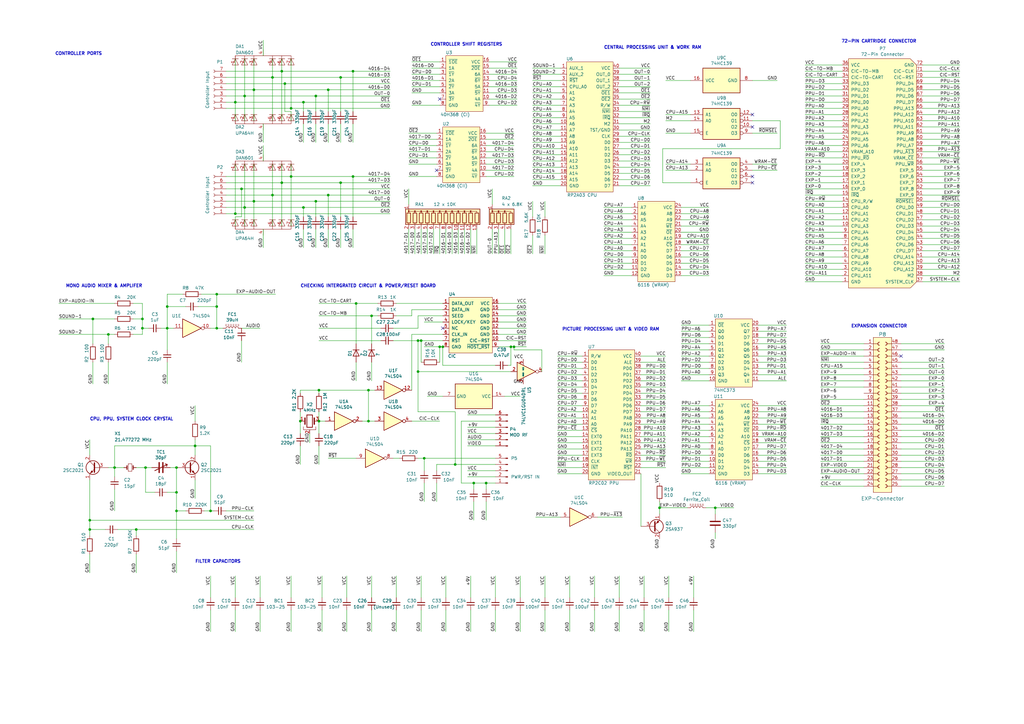
<source format=kicad_sch>
(kicad_sch (version 20211123) (generator eeschema)
  (paper "A3")
  (title_block (title "NES-CPU-11") (rev "11") (company "Nintendo Co., LTD") (comment 1 "Clean-Up by =Lockster=") (comment 2 "KiCad Schematic by Redherring32") (comment 3 "Reverse Engineered by Krzysiobal") (comment 4 "Forked and updated by NULL"))
  (junction (at 199.39 198.12))
  (junction (at 88.9 134.62))
  (junction (at 115.57 74.93))
  (junction (at 72.39 209.55))
  (junction (at 130.81 160.02))
  (junction (at 68.58 134.62))
  (junction (at 171.45 139.7))
  (junction (at 144.78 72.39))
  (junction (at 119.38 72.39))
  (junction (at 72.39 201.93))
  (junction (at 173.99 187.96))
  (junction (at 86.36 209.55))
  (junction (at 144.78 29.21))
  (junction (at 139.7 74.93))
  (junction (at 36.83 213.36))
  (junction (at 104.14 82.55))
  (junction (at 55.88 217.17))
  (junction (at 270.51 208.28))
  (junction (at 88.9 125.73))
  (junction (at 180.34 142.24))
  (junction (at 151.13 172.72))
  (junction (at 152.4 129.54))
  (junction (at 129.54 82.55))
  (junction (at 116.84 34.29))
  (junction (at 186.69 190.5))
  (junction (at 123.19 172.72))
  (junction (at 111.76 31.75))
  (junction (at 151.13 160.02))
  (junction (at 129.54 39.37))
  (junction (at 100.33 39.37))
  (junction (at 104.14 36.83))
  (junction (at 80.01 182.88))
  (junction (at 124.46 41.91))
  (junction (at 194.31 198.12))
  (junction (at 146.05 124.46))
  (junction (at 59.69 191.77))
  (junction (at 209.55 142.24))
  (junction (at 171.45 152.4))
  (junction (at 139.7 31.75))
  (junction (at 38.1 130.81))
  (junction (at 119.38 44.45))
  (junction (at 134.62 80.01))
  (junction (at 44.45 137.16))
  (junction (at 100.33 85.09))
  (junction (at 134.62 36.83))
  (junction (at 293.37 208.28))
  (junction (at 58.42 130.81))
  (junction (at 210.82 142.24))
  (junction (at 111.76 80.01))
  (junction (at 99.06 77.47))
  (junction (at 181.61 142.24))
  (junction (at 88.9 120.65))
  (junction (at 72.39 191.77))
  (junction (at 172.72 139.7))
  (junction (at 68.58 125.73))
  (junction (at 36.83 217.17))
  (junction (at 96.52 41.91))
  (junction (at 115.57 29.21))
  (junction (at 124.46 85.09))
  (junction (at 58.42 134.62))
  (junction (at 96.52 87.63))
  (junction (at 130.81 172.72))
  (junction (at 46.99 191.77))
  (no_connect (at 179.07 69.85))
  (no_connect (at 181.61 134.62))
  (no_connect (at 308.61 46.99))
  (no_connect (at 308.61 74.93))
  (no_connect (at 308.61 72.39))
  (no_connect (at 180.34 40.64))
  (no_connect (at 308.61 52.07))
  (no_connect (at 369.57 146.05))
  (wire (pts (xy 266.7 76.2) (xy 254 76.2)))
  (wire (pts (xy 201.93 77.47) (xy 201.93 83.82)))
  (wire (pts (xy 203.2 177.8) (xy 191.77 177.8)))
  (wire (pts (xy 228.6 168.91) (xy 238.76 168.91)))
  (wire (pts (xy 119.38 24.13) (xy 119.38 44.45)))
  (wire (pts (xy 127 177.8) (xy 127 181.61)))
  (wire (pts (xy 142.24 250.19) (xy 142.24 259.08)))
  (wire (pts (xy 115.57 29.21) (xy 115.57 24.13)))
  (wire (pts (xy 345.44 54.61) (xy 330.2 54.61)))
  (wire (pts (xy 283.21 74.93) (xy 271.78 74.93)))
  (wire (pts (xy 55.88 217.17) (xy 104.14 217.17)))
  (wire (pts (xy 116.84 34.29) (xy 160.02 34.29)))
  (wire (pts (xy 111.76 31.75) (xy 111.76 49.53)))
  (wire (pts (xy 254 45.72) (xy 266.7 45.72)))
  (wire (pts (xy 369.57 158.75) (xy 387.35 158.75)))
  (wire (pts (xy 96.52 88.9) (xy 99.06 88.9)))
  (wire (pts (xy 336.55 171.45) (xy 354.33 171.45)))
  (wire (pts (xy 393.7 67.31) (xy 378.46 67.31)))
  (wire (pts (xy 289.56 208.28) (xy 293.37 208.28)))
  (wire (pts (xy 330.2 115.57) (xy 345.44 115.57)))
  (wire (pts (xy 58.42 130.81) (xy 58.42 124.46)))
  (wire (pts (xy 68.58 120.65) (xy 68.58 125.73)))
  (wire (pts (xy 72.39 191.77) (xy 72.39 201.93)))
  (wire (pts (xy 228.6 176.53) (xy 238.76 176.53)))
  (wire (pts (xy 168.91 160.02) (xy 168.91 137.16)))
  (wire (pts (xy 212.09 30.48) (xy 200.66 30.48)))
  (wire (pts (xy 209.55 149.86) (xy 209.55 142.24)))
  (wire (pts (xy 378.46 110.49) (xy 393.7 110.49)))
  (wire (pts (xy 228.6 153.67) (xy 238.76 153.67)))
  (wire (pts (xy 179.07 64.77) (xy 167.64 64.77)))
  (wire (pts (xy 181.61 142.24) (xy 180.34 142.24)))
  (wire (pts (xy 58.42 130.81) (xy 58.42 134.62)))
  (wire (pts (xy 262.89 146.05) (xy 273.05 146.05)))
  (wire (pts (xy 330.2 41.91) (xy 345.44 41.91)))
  (wire (pts (xy 274.32 250.19) (xy 274.32 259.08)))
  (wire (pts (xy 336.55 166.37) (xy 354.33 166.37)))
  (wire (pts (xy 182.88 236.22) (xy 182.88 245.11)))
  (wire (pts (xy 369.57 151.13) (xy 387.35 151.13)))
  (wire (pts (xy 378.46 69.85) (xy 393.7 69.85)))
  (wire (pts (xy 247.65 110.49) (xy 259.08 110.49)))
  (wire (pts (xy 162.56 236.22) (xy 162.56 245.11)))
  (wire (pts (xy 129.54 39.37) (xy 160.02 39.37)))
  (wire (pts (xy 111.76 80.01) (xy 111.76 92.71)))
  (wire (pts (xy 369.57 171.45) (xy 387.35 171.45)))
  (wire (pts (xy 311.15 171.45) (xy 322.58 171.45)))
  (wire (pts (xy 104.14 209.55) (xy 92.71 209.55)))
  (wire (pts (xy 247.65 87.63) (xy 259.08 87.63)))
  (wire (pts (xy 55.88 219.71) (xy 55.88 217.17)))
  (wire (pts (xy 92.71 85.09) (xy 100.33 85.09)))
  (wire (pts (xy 146.05 140.97) (xy 146.05 124.46)))
  (wire (pts (xy 387.35 148.59) (xy 369.57 148.59)))
  (wire (pts (xy 393.7 31.75) (xy 378.46 31.75)))
  (wire (pts (xy 180.34 25.4) (xy 168.91 25.4)))
  (wire (pts (xy 200.66 27.94) (xy 212.09 27.94)))
  (wire (pts (xy 311.15 194.31) (xy 322.58 194.31)))
  (wire (pts (xy 378.46 39.37) (xy 393.7 39.37)))
  (wire (pts (xy 129.54 88.9) (xy 129.54 82.55)))
  (wire (pts (xy 134.62 58.42) (xy 134.62 50.8)))
  (wire (pts (xy 247.65 105.41) (xy 259.08 105.41)))
  (wire (pts (xy 210.82 59.69) (xy 199.39 59.69)))
  (wire (pts (xy 345.44 49.53) (xy 330.2 49.53)))
  (wire (pts (xy 107.95 58.42) (xy 107.95 50.8)))
  (wire (pts (xy 100.33 49.53) (xy 100.33 39.37)))
  (wire (pts (xy 167.64 77.47) (xy 167.64 83.82)))
  (wire (pts (xy 228.6 194.31) (xy 238.76 194.31)))
  (wire (pts (xy 167.64 62.23) (xy 179.07 62.23)))
  (wire (pts (xy 115.57 74.93) (xy 139.7 74.93)))
  (wire (pts (xy 279.4 171.45) (xy 290.83 171.45)))
  (wire (pts (xy 162.56 124.46) (xy 181.61 124.46)))
  (wire (pts (xy 189.23 198.12) (xy 194.31 198.12)))
  (wire (pts (xy 38.1 130.81) (xy 46.99 130.81)))
  (wire (pts (xy 162.56 129.54) (xy 168.91 129.54)))
  (wire (pts (xy 46.99 182.88) (xy 46.99 191.77)))
  (wire (pts (xy 345.44 39.37) (xy 330.2 39.37)))
  (wire (pts (xy 369.57 199.39) (xy 387.35 199.39)))
  (wire (pts (xy 119.38 44.45) (xy 160.02 44.45)))
  (wire (pts (xy 104.14 36.83) (xy 104.14 24.13)))
  (wire (pts (xy 72.39 201.93) (xy 68.58 201.93)))
  (wire (pts (xy 311.15 151.13) (xy 322.58 151.13)))
  (wire (pts (xy 223.52 236.22) (xy 223.52 245.11)))
  (wire (pts (xy 72.39 209.55) (xy 76.2 209.55)))
  (wire (pts (xy 330.2 90.17) (xy 345.44 90.17)))
  (wire (pts (xy 86.36 134.62) (xy 88.9 134.62)))
  (wire (pts (xy 273.05 54.61) (xy 283.21 54.61)))
  (wire (pts (xy 80.01 182.88) (xy 46.99 182.88)))
  (wire (pts (xy 330.2 85.09) (xy 345.44 85.09)))
  (wire (pts (xy 171.45 187.96) (xy 173.99 187.96)))
  (wire (pts (xy 290.83 97.79) (xy 279.4 97.79)))
  (wire (pts (xy 228.6 148.59) (xy 238.76 148.59)))
  (wire (pts (xy 387.35 173.99) (xy 369.57 173.99)))
  (wire (pts (xy 345.44 34.29) (xy 330.2 34.29)))
  (wire (pts (xy 193.04 250.19) (xy 193.04 259.08)))
  (wire (pts (xy 68.58 120.65) (xy 74.93 120.65)))
  (wire (pts (xy 262.89 156.21) (xy 273.05 156.21)))
  (wire (pts (xy 311.15 179.07) (xy 322.58 179.07)))
  (wire (pts (xy 104.14 82.55) (xy 129.54 82.55)))
  (wire (pts (xy 199.39 67.31) (xy 210.82 67.31)))
  (wire (pts (xy 111.76 31.75) (xy 139.7 31.75)))
  (wire (pts (xy 345.44 87.63) (xy 330.2 87.63)))
  (wire (pts (xy 369.57 186.69) (xy 387.35 186.69)))
  (wire (pts (xy 378.46 34.29) (xy 393.7 34.29)))
  (wire (pts (xy 273.05 173.99) (xy 262.89 173.99)))
  (wire (pts (xy 279.4 143.51) (xy 290.83 143.51)))
  (wire (pts (xy 173.99 187.96) (xy 203.2 187.96)))
  (wire (pts (xy 203.2 195.58) (xy 191.77 195.58)))
  (wire (pts (xy 182.88 250.19) (xy 182.88 259.08)))
  (wire (pts (xy 336.55 146.05) (xy 354.33 146.05)))
  (wire (pts (xy 187.96 93.98) (xy 187.96 104.14)))
  (wire (pts (xy 273.05 49.53) (xy 283.21 49.53)))
  (wire (pts (xy 254 38.1) (xy 266.7 38.1)))
  (wire (pts (xy 55.88 234.95) (xy 55.88 227.33)))
  (wire (pts (xy 229.87 71.12) (xy 218.44 71.12)))
  (wire (pts (xy 262.89 179.07) (xy 273.05 179.07)))
  (wire (pts (xy 134.62 88.9) (xy 134.62 80.01)))
  (wire (pts (xy 330.2 77.47) (xy 345.44 77.47)))
  (wire (pts (xy 91.44 134.62) (xy 88.9 134.62)))
  (wire (pts (xy 119.38 67.31) (xy 119.38 72.39)))
  (wire (pts (xy 86.36 182.88) (xy 80.01 182.88)))
  (wire (pts (xy 44.45 140.97) (xy 44.45 137.16)))
  (wire (pts (xy 36.83 213.36) (xy 36.83 196.85)))
  (wire (pts (xy 172.72 148.59) (xy 172.72 139.7)))
  (wire (pts (xy 199.39 57.15) (xy 210.82 57.15)))
  (wire (pts (xy 369.57 166.37) (xy 387.35 166.37)))
  (wire (pts (xy 193.04 236.22) (xy 193.04 245.11)))
  (wire (pts (xy 201.93 93.98) (xy 201.93 104.14)))
  (wire (pts (xy 345.44 113.03) (xy 330.2 113.03)))
  (wire (pts (xy 151.13 160.02) (xy 130.81 160.02)))
  (wire (pts (xy 330.2 26.67) (xy 345.44 26.67)))
  (wire (pts (xy 66.04 134.62) (xy 68.58 134.62)))
  (wire (pts (xy 273.05 33.02) (xy 283.21 33.02)))
  (wire (pts (xy 293.37 208.28) (xy 293.37 210.82)))
  (wire (pts (xy 273.05 69.85) (xy 283.21 69.85)))
  (wire (pts (xy 212.09 25.4) (xy 200.66 25.4)))
  (wire (pts (xy 218.44 58.42) (xy 229.87 58.42)))
  (wire (pts (xy 180.34 30.48) (xy 168.91 30.48)))
  (wire (pts (xy 266.7 27.94) (xy 254 27.94)))
  (wire (pts (xy 124.46 88.9) (xy 124.46 85.09)))
  (wire (pts (xy 262.89 194.31) (xy 262.89 215.9)))
  (wire (pts (xy 262.89 184.15) (xy 273.05 184.15)))
  (wire (pts (xy 393.7 77.47) (xy 378.46 77.47)))
  (wire (pts (xy 92.71 80.01) (xy 111.76 80.01)))
  (wire (pts (xy 218.44 55.88) (xy 229.87 55.88)))
  (wire (pts (xy 262.89 163.83) (xy 273.05 163.83)))
  (wire (pts (xy 124.46 45.72) (xy 124.46 41.91)))
  (wire (pts (xy 134.62 101.6) (xy 134.62 93.98)))
  (wire (pts (xy 130.81 161.29) (xy 130.81 160.02)))
  (wire (pts (xy 266.7 48.26) (xy 254 48.26)))
  (wire (pts (xy 387.35 140.97) (xy 369.57 140.97)))
  (wire (pts (xy 200.66 38.1) (xy 212.09 38.1)))
  (wire (pts (xy 168.91 27.94) (xy 180.34 27.94)))
  (wire (pts (xy 130.81 129.54) (xy 152.4 129.54)))
  (wire (pts (xy 218.44 30.48) (xy 229.87 30.48)))
  (wire (pts (xy 311.15 186.69) (xy 322.58 186.69)))
  (wire (pts (xy 228.6 158.75) (xy 238.76 158.75)))
  (wire (pts (xy 72.39 201.93) (xy 72.39 209.55)))
  (wire (pts (xy 181.61 149.86) (xy 203.2 149.86)))
  (wire (pts (xy 194.31 200.66) (xy 194.31 198.12)))
  (wire (pts (xy 271.78 74.93) (xy 271.78 60.96)))
  (wire (pts (xy 354.33 173.99) (xy 336.55 173.99)))
  (wire (pts (xy 92.71 31.75) (xy 111.76 31.75)))
  (wire (pts (xy 130.81 134.62) (xy 156.21 134.62)))
  (wire (pts (xy 393.7 102.87) (xy 378.46 102.87)))
  (wire (pts (xy 210.82 143.51) (xy 210.82 142.24)))
  (wire (pts (xy 262.89 189.23) (xy 273.05 189.23)))
  (wire (pts (xy 262.89 181.61) (xy 273.05 181.61)))
  (wire (pts (xy 215.9 137.16) (xy 204.47 137.16)))
  (wire (pts (xy 228.6 146.05) (xy 238.76 146.05)))
  (wire (pts (xy 311.15 184.15) (xy 322.58 184.15)))
  (wire (pts (xy 393.7 72.39) (xy 378.46 72.39)))
  (wire (pts (xy 99.06 77.47) (xy 160.02 77.47)))
  (wire (pts (xy 111.76 24.13) (xy 111.76 31.75)))
  (wire (pts (xy 189.23 172.72) (xy 203.2 172.72)))
  (wire (pts (xy 151.13 160.02) (xy 153.67 160.02)))
  (wire (pts (xy 378.46 80.01) (xy 393.7 80.01)))
  (wire (pts (xy 96.52 67.31) (xy 96.52 87.63)))
  (wire (pts (xy 179.07 54.61) (xy 167.64 54.61)))
  (wire (pts (xy 354.33 143.51) (xy 336.55 143.51)))
  (wire (pts (xy 254 33.02) (xy 266.7 33.02)))
  (wire (pts (xy 247.65 92.71) (xy 259.08 92.71)))
  (wire (pts (xy 107.95 59.69) (xy 107.95 66.04)))
  (wire (pts (xy 88.9 120.65) (xy 113.03 120.65)))
  (wire (pts (xy 180.34 35.56) (xy 168.91 35.56)))
  (wire (pts (xy 168.91 43.18) (xy 180.34 43.18)))
  (wire (pts (xy 393.7 46.99) (xy 378.46 46.99)))
  (wire (pts (xy 194.31 198.12) (xy 199.39 198.12)))
  (wire (pts (xy 345.44 92.71) (xy 330.2 92.71)))
  (wire (pts (xy 92.71 77.47) (xy 99.06 77.47)))
  (wire (pts (xy 354.33 163.83) (xy 336.55 163.83)))
  (wire (pts (xy 144.78 72.39) (xy 160.02 72.39)))
  (wire (pts (xy 354.33 153.67) (xy 336.55 153.67)))
  (wire (pts (xy 38.1 140.97) (xy 38.1 130.81)))
  (wire (pts (xy 290.83 95.25) (xy 279.4 95.25)))
  (wire (pts (xy 279.4 168.91) (xy 290.83 168.91)))
  (wire (pts (xy 266.7 71.12) (xy 254 71.12)))
  (wire (pts (xy 308.61 33.02) (xy 318.77 33.02)))
  (wire (pts (xy 387.35 156.21) (xy 369.57 156.21)))
  (wire (pts (xy 134.62 80.01) (xy 160.02 80.01)))
  (wire (pts (xy 290.83 90.17) (xy 279.4 90.17)))
  (wire (pts (xy 124.46 101.6) (xy 124.46 93.98)))
  (wire (pts (xy 199.39 200.66) (xy 199.39 198.12)))
  (wire (pts (xy 293.37 208.28) (xy 300.99 208.28)))
  (wire (pts (xy 210.82 64.77) (xy 199.39 64.77)))
  (wire (pts (xy 199.39 62.23) (xy 210.82 62.23)))
  (wire (pts (xy 167.64 57.15) (xy 179.07 57.15)))
  (wire (pts (xy 172.72 139.7) (xy 181.61 139.7)))
  (wire (pts (xy 115.57 29.21) (xy 144.78 29.21)))
  (wire (pts (xy 86.36 209.55) (xy 86.36 182.88)))
  (wire (pts (xy 170.18 104.14) (xy 170.18 93.98)))
  (wire (pts (xy 279.4 184.15) (xy 290.83 184.15)))
  (wire (pts (xy 279.4 148.59) (xy 290.83 148.59)))
  (wire (pts (xy 88.9 125.73) (xy 88.9 120.65)))
  (wire (pts (xy 378.46 85.09) (xy 393.7 85.09)))
  (wire (pts (xy 203.2 175.26) (xy 191.77 175.26)))
  (wire (pts (xy 229.87 76.2) (xy 218.44 76.2)))
  (wire (pts (xy 100.33 85.09) (xy 100.33 92.71)))
  (wire (pts (xy 207.01 93.98) (xy 207.01 104.14)))
  (wire (pts (xy 81.28 125.73) (xy 88.9 125.73)))
  (wire (pts (xy 322.58 133.35) (xy 311.15 133.35)))
  (wire (pts (xy 290.83 100.33) (xy 279.4 100.33)))
  (wire (pts (xy 139.7 88.9) (xy 139.7 74.93)))
  (wire (pts (xy 92.71 39.37) (xy 100.33 39.37)))
  (wire (pts (xy 369.57 176.53) (xy 387.35 176.53)))
  (wire (pts (xy 100.33 39.37) (xy 100.33 24.13)))
  (wire (pts (xy 218.44 82.55) (xy 218.44 88.9)))
  (wire (pts (xy 86.36 236.22) (xy 86.36 245.11)))
  (wire (pts (xy 330.2 57.15) (xy 345.44 57.15)))
  (wire (pts (xy 393.7 97.79) (xy 378.46 97.79)))
  (wire (pts (xy 378.46 74.93) (xy 393.7 74.93)))
  (wire (pts (xy 266.7 55.88) (xy 254 55.88)))
  (wire (pts (xy 215.9 129.54) (xy 204.47 129.54)))
  (wire (pts (xy 354.33 168.91) (xy 336.55 168.91)))
  (wire (pts (xy 213.36 250.19) (xy 213.36 259.08)))
  (wire (pts (xy 311.15 138.43) (xy 322.58 138.43)))
  (wire (pts (xy 168.91 127) (xy 181.61 127)))
  (wire (pts (xy 86.36 209.55) (xy 87.63 209.55)))
  (wire (pts (xy 96.52 236.22) (xy 96.52 245.11)))
  (wire (pts (xy 134.62 36.83) (xy 160.02 36.83)))
  (wire (pts (xy 80.01 180.34) (xy 80.01 182.88)))
  (wire (pts (xy 311.15 156.21) (xy 322.58 156.21)))
  (wire (pts (xy 393.7 107.95) (xy 378.46 107.95)))
  (wire (pts (xy 92.71 87.63) (xy 96.52 87.63)))
  (wire (pts (xy 124.46 85.09) (xy 160.02 85.09)))
  (wire (pts (xy 330.2 110.49) (xy 345.44 110.49)))
  (wire (pts (xy 393.7 44.45) (xy 378.46 44.45)))
  (wire (pts (xy 330.2 52.07) (xy 345.44 52.07)))
  (wire (pts (xy 46.99 191.77) (xy 46.99 195.58)))
  (wire (pts (xy 172.72 250.19) (xy 172.72 259.08)))
  (wire (pts (xy 247.65 90.17) (xy 259.08 90.17)))
  (wire (pts (xy 104.14 82.55) (xy 104.14 92.71)))
  (wire (pts (xy 123.19 172.72) (xy 123.19 177.8)))
  (wire (pts (xy 279.4 181.61) (xy 290.83 181.61)))
  (wire (pts (xy 354.33 196.85) (xy 336.55 196.85)))
  (wire (pts (xy 180.34 172.72) (xy 168.91 172.72)))
  (wire (pts (xy 354.33 191.77) (xy 336.55 191.77)))
  (wire (pts (xy 68.58 134.62) (xy 68.58 143.51)))
  (wire (pts (xy 123.19 190.5) (xy 123.19 182.88)))
  (wire (pts (xy 111.76 80.01) (xy 134.62 80.01)))
  (wire (pts (xy 171.45 139.7) (xy 171.45 152.4)))
  (wire (pts (xy 393.7 82.55) (xy 378.46 82.55)))
  (wire (pts (xy 142.24 236.22) (xy 142.24 245.11)))
  (wire (pts (xy 369.57 143.51) (xy 387.35 143.51)))
  (wire (pts (xy 106.68 236.22) (xy 106.68 245.11)))
  (wire (pts (xy 266.7 40.64) (xy 254 40.64)))
  (wire (pts (xy 46.99 209.55) (xy 46.99 200.66)))
  (wire (pts (xy 154.94 129.54) (xy 152.4 129.54)))
  (wire (pts (xy 290.83 107.95) (xy 279.4 107.95)))
  (wire (pts (xy 162.56 250.19) (xy 162.56 259.08)))
  (wire (pts (xy 271.78 60.96) (xy 320.04 60.96)))
  (wire (pts (xy 132.08 236.22) (xy 132.08 245.11)))
  (wire (pts (xy 130.81 190.5) (xy 130.81 182.88)))
  (wire (pts (xy 393.7 57.15) (xy 378.46 57.15)))
  (wire (pts (xy 247.65 107.95) (xy 259.08 107.95)))
  (wire (pts (xy 279.4 189.23) (xy 290.83 189.23)))
  (wire (pts (xy 393.7 36.83) (xy 378.46 36.83)))
  (wire (pts (xy 336.55 156.21) (xy 354.33 156.21)))
  (wire (pts (xy 83.82 209.55) (xy 86.36 209.55)))
  (wire (pts (xy 161.29 139.7) (xy 171.45 139.7)))
  (wire (pts (xy 228.6 189.23) (xy 238.76 189.23)))
  (wire (pts (xy 311.15 189.23) (xy 322.58 189.23)))
  (wire (pts (xy 266.7 35.56) (xy 254 35.56)))
  (wire (pts (xy 200.66 43.18) (xy 212.09 43.18)))
  (wire (pts (xy 228.6 184.15) (xy 238.76 184.15)))
  (wire (pts (xy 152.4 236.22) (xy 152.4 245.11)))
  (wire (pts (xy 311.15 140.97) (xy 322.58 140.97)))
  (wire (pts (xy 213.36 236.22) (xy 213.36 245.11)))
  (wire (pts (xy 209.55 93.98) (xy 209.55 104.14)))
  (wire (pts (xy 266.7 50.8) (xy 254 50.8)))
  (wire (pts (xy 290.83 110.49) (xy 279.4 110.49)))
  (wire (pts (xy 266.7 60.96) (xy 254 60.96)))
  (wire (pts (xy 262.89 166.37) (xy 273.05 166.37)))
  (wire (pts (xy 116.84 45.72) (xy 119.38 45.72)))
  (wire (pts (xy 100.33 67.31) (xy 100.33 85.09)))
  (wire (pts (xy 185.42 93.98) (xy 185.42 104.14)))
  (wire (pts (xy 152.4 156.21) (xy 152.4 148.59)))
  (wire (pts (xy 281.94 208.28) (xy 270.51 208.28)))
  (wire (pts (xy 266.7 43.18) (xy 254 43.18)))
  (wire (pts (xy 119.38 250.19) (xy 119.38 259.08)))
  (wire (pts (xy 204.47 93.98) (xy 204.47 104.14)))
  (wire (pts (xy 82.55 120.65) (xy 88.9 120.65)))
  (wire (pts (xy 378.46 95.25) (xy 393.7 95.25)))
  (wire (pts (xy 243.84 250.19) (xy 243.84 259.08)))
  (wire (pts (xy 228.6 191.77) (xy 238.76 191.77)))
  (wire (pts (xy 203.2 182.88) (xy 191.77 182.88)))
  (wire (pts (xy 330.2 67.31) (xy 345.44 67.31)))
  (wire (pts (xy 203.2 180.34) (xy 191.77 180.34)))
  (wire (pts (xy 124.46 58.42) (xy 124.46 50.8)))
  (wire (pts (xy 279.4 194.31) (xy 290.83 194.31)))
  (wire (pts (xy 336.55 189.23) (xy 354.33 189.23)))
  (wire (pts (xy 130.81 124.46) (xy 146.05 124.46)))
  (wire (pts (xy 180.34 93.98) (xy 180.34 104.14)))
  (wire (pts (xy 200.66 33.02) (xy 212.09 33.02)))
  (wire (pts (xy 215.9 142.24) (xy 210.82 142.24)))
  (wire (pts (xy 107.95 101.6) (xy 107.95 93.98)))
  (wire (pts (xy 387.35 153.67) (xy 369.57 153.67)))
  (wire (pts (xy 179.07 205.74) (xy 179.07 198.12)))
  (wire (pts (xy 228.6 173.99) (xy 238.76 173.99)))
  (wire (pts (xy 279.4 146.05) (xy 290.83 146.05)))
  (wire (pts (xy 72.39 226.06) (xy 72.39 234.95)))
  (wire (pts (xy 92.71 29.21) (xy 115.57 29.21)))
  (wire (pts (xy 181.61 162.56) (xy 175.26 162.56)))
  (wire (pts (xy 171.45 129.54) (xy 171.45 134.62)))
  (wire (pts (xy 270.51 205.74) (xy 270.51 208.28)))
  (wire (pts (xy 279.4 176.53) (xy 290.83 176.53)))
  (wire (pts (xy 104.14 36.83) (xy 134.62 36.83)))
  (wire (pts (xy 262.89 186.69) (xy 273.05 186.69)))
  (wire (pts (xy 203.2 170.18) (xy 191.77 170.18)))
  (wire (pts (xy 243.84 236.22) (xy 243.84 245.11)))
  (wire (pts (xy 92.71 34.29) (xy 116.84 34.29)))
  (wire (pts (xy 274.32 236.22) (xy 274.32 245.11)))
  (wire (pts (xy 139.7 58.42) (xy 139.7 50.8)))
  (wire (pts (xy 189.23 198.12) (xy 189.23 172.72)))
  (wire (pts (xy 58.42 134.62) (xy 58.42 137.16)))
  (wire (pts (xy 262.89 158.75) (xy 273.05 158.75)))
  (wire (pts (xy 318.77 54.61) (xy 308.61 54.61)))
  (wire (pts (xy 369.57 194.31) (xy 387.35 194.31)))
  (wire (pts (xy 264.16 250.19) (xy 264.16 259.08)))
  (wire (pts (xy 245.11 212.09) (xy 255.27 212.09)))
  (wire (pts (xy 378.46 41.91) (xy 393.7 41.91)))
  (wire (pts (xy 36.83 213.36) (xy 36.83 217.17)))
  (wire (pts (xy 119.38 45.72) (xy 119.38 49.53)))
  (wire (pts (xy 24.13 130.81) (xy 38.1 130.81)))
  (wire (pts (xy 130.81 172.72) (xy 133.35 172.72)))
  (wire (pts (xy 311.15 153.67) (xy 322.58 153.67)))
  (wire (pts (xy 119.38 236.22) (xy 119.38 245.11)))
  (wire (pts (xy 139.7 31.75) (xy 160.02 31.75)))
  (wire (pts (xy 378.46 92.71) (xy 393.7 92.71)))
  (wire (pts (xy 387.35 179.07) (xy 369.57 179.07)))
  (wire (pts (xy 229.87 45.72) (xy 218.44 45.72)))
  (wire (pts (xy 180.34 142.24) (xy 173.99 142.24)))
  (wire (pts (xy 290.83 85.09) (xy 279.4 85.09)))
  (wire (pts (xy 115.57 29.21) (xy 115.57 49.53)))
  (wire (pts (xy 175.26 104.14) (xy 175.26 93.98)))
  (wire (pts (xy 180.34 142.24) (xy 180.34 148.59)))
  (wire (pts (xy 146.05 187.96) (xy 134.62 187.96)))
  (wire (pts (xy 311.15 176.53) (xy 322.58 176.53)))
  (wire (pts (xy 290.83 105.41) (xy 279.4 105.41)))
  (wire (pts (xy 290.83 92.71) (xy 279.4 92.71)))
  (wire (pts (xy 129.54 45.72) (xy 129.54 39.37)))
  (wire (pts (xy 330.2 31.75) (xy 345.44 31.75)))
  (wire (pts (xy 210.82 142.24) (xy 209.55 142.24)))
  (wire (pts (xy 106.68 250.19) (xy 106.68 259.08)))
  (wire (pts (xy 193.04 93.98) (xy 193.04 104.14)))
  (wire (pts (xy 266.7 63.5) (xy 254 63.5)))
  (wire (pts (xy 228.6 181.61) (xy 238.76 181.61)))
  (wire (pts (xy 148.59 172.72) (xy 151.13 172.72)))
  (wire (pts (xy 146.05 124.46) (xy 154.94 124.46)))
  (wire (pts (xy 96.52 250.19) (xy 96.52 259.08)))
  (wire (pts (xy 119.38 72.39) (xy 119.38 92.71)))
  (wire (pts (xy 104.14 49.53) (xy 104.14 36.83)))
  (wire (pts (xy 279.4 138.43) (xy 290.83 138.43)))
  (wire (pts (xy 378.46 54.61) (xy 393.7 54.61)))
  (wire (pts (xy 345.44 29.21) (xy 330.2 29.21)))
  (wire (pts (xy 190.5 93.98) (xy 190.5 104.14)))
  (wire (pts (xy 167.64 93.98) (xy 167.64 104.14)))
  (wire (pts (xy 279.4 179.07) (xy 290.83 179.07)))
  (wire (pts (xy 124.46 41.91) (xy 160.02 41.91)))
  (wire (pts (xy 80.01 186.69) (xy 80.01 182.88)))
  (wire (pts (xy 152.4 140.97) (xy 152.4 129.54)))
  (wire (pts (xy 100.33 85.09) (xy 124.46 85.09)))
  (wire (pts (xy 130.81 168.91) (xy 130.81 172.72)))
  (wire (pts (xy 273.05 46.99) (xy 283.21 46.99)))
  (wire (pts (xy 378.46 100.33) (xy 393.7 100.33)))
  (wire (pts (xy 36.83 180.34) (xy 36.83 186.69)))
  (wire (pts (xy 68.58 148.59) (xy 68.58 157.48)))
  (wire (pts (xy 290.83 113.03) (xy 279.4 113.03)))
  (wire (pts (xy 336.55 184.15) (xy 354.33 184.15)))
  (wire (pts (xy 247.65 100.33) (xy 259.08 100.33)))
  (wire (pts (xy 76.2 125.73) (xy 68.58 125.73)))
  (wire (pts (xy 229.87 40.64) (xy 218.44 40.64)))
  (wire (pts (xy 194.31 213.36) (xy 194.31 205.74)))
  (wire (pts (xy 96.52 41.91) (xy 124.46 41.91)))
  (wire (pts (xy 228.6 186.69) (xy 238.76 186.69)))
  (wire (pts (xy 266.7 30.48) (xy 254 30.48)))
  (wire (pts (xy 69.85 191.77) (xy 72.39 191.77)))
  (wire (pts (xy 54.61 130.81) (xy 58.42 130.81)))
  (wire (pts (xy 99.06 88.9) (xy 99.06 77.47)))
  (wire (pts (xy 92.71 44.45) (xy 119.38 44.45)))
  (wire (pts (xy 262.89 161.29) (xy 273.05 161.29)))
  (wire (pts (xy 72.39 209.55) (xy 72.39 220.98)))
  (wire (pts (xy 218.44 68.58) (xy 229.87 68.58)))
  (wire (pts (xy 218.44 73.66) (xy 229.87 73.66)))
  (wire (pts (xy 151.13 172.72) (xy 153.67 172.72)))
  (wire (pts (xy 215.9 132.08) (xy 204.47 132.08)))
  (wire (pts (xy 266.7 68.58) (xy 254 68.58)))
  (wire (pts (xy 134.62 45.72) (xy 134.62 36.83)))
  (wire (pts (xy 228.6 171.45) (xy 238.76 171.45)))
  (wire (pts (xy 279.4 156.21) (xy 290.83 156.21)))
  (wire (pts (xy 279.4 140.97) (xy 290.83 140.97)))
  (wire (pts (xy 345.44 59.69) (xy 330.2 59.69)))
  (wire (pts (xy 387.35 168.91) (xy 369.57 168.91)))
  (wire (pts (xy 247.65 113.03) (xy 259.08 113.03)))
  (wire (pts (xy 311.15 143.51) (xy 322.58 143.51)))
  (wire (pts (xy 219.71 212.09) (xy 229.87 212.09)))
  (wire (pts (xy 48.26 217.17) (xy 55.88 217.17)))
  (wire (pts (xy 393.7 62.23) (xy 378.46 62.23)))
  (wire (pts (xy 203.2 198.12) (xy 199.39 198.12)))
  (wire (pts (xy 336.55 151.13) (xy 354.33 151.13)))
  (wire (pts (xy 345.44 82.55) (xy 330.2 82.55)))
  (wire (pts (xy 195.58 93.98) (xy 195.58 104.14)))
  (wire (pts (xy 60.96 134.62) (xy 58.42 134.62)))
  (wire (pts (xy 123.19 160.02) (xy 123.19 161.29)))
  (wire (pts (xy 330.2 62.23) (xy 345.44 62.23)))
  (wire (pts (xy 215.9 139.7) (xy 204.47 139.7)))
  (wire (pts (xy 279.4 151.13) (xy 290.83 151.13)))
  (wire (pts (xy 345.44 107.95) (xy 330.2 107.95)))
  (wire (pts (xy 71.12 134.62) (xy 68.58 134.62)))
  (wire (pts (xy 43.18 217.17) (xy 36.83 217.17)))
  (wire (pts (xy 96.52 49.53) (xy 96.52 41.91)))
  (wire (pts (xy 63.5 201.93) (xy 59.69 201.93)))
  (wire (pts (xy 254 250.19) (xy 254 259.08)))
  (wire (pts (xy 199.39 72.39) (xy 210.82 72.39)))
  (wire (pts (xy 345.44 80.01) (xy 330.2 80.01)))
  (wire (pts (xy 173.99 205.74) (xy 173.99 198.12)))
  (wire (pts (xy 318.77 67.31) (xy 308.61 67.31)))
  (wire (pts (xy 171.45 152.4) (xy 209.55 152.4)))
  (wire (pts (xy 218.44 43.18) (xy 229.87 43.18)))
  (wire (pts (xy 115.57 67.31) (xy 115.57 74.93)))
  (wire (pts (xy 387.35 189.23) (xy 369.57 189.23)))
  (wire (pts (xy 262.89 148.59) (xy 273.05 148.59)))
  (wire (pts (xy 354.33 158.75) (xy 336.55 158.75)))
  (wire (pts (xy 229.87 66.04) (xy 218.44 66.04)))
  (wire (pts (xy 330.2 100.33) (xy 345.44 100.33)))
  (wire (pts (xy 378.46 59.69) (xy 393.7 59.69)))
  (wire (pts (xy 104.14 67.31) (xy 104.14 82.55)))
  (wire (pts (xy 320.04 49.53) (xy 308.61 49.53)))
  (wire (pts (xy 36.83 217.17) (xy 36.83 219.71)))
  (wire (pts (xy 387.35 161.29) (xy 369.57 161.29)))
  (wire (pts (xy 171.45 152.4) (xy 171.45 168.91)))
  (wire (pts (xy 144.78 88.9) (xy 144.78 72.39)))
  (wire (pts (xy 215.9 127) (xy 204.47 127)))
  (wire (pts (xy 123.19 168.91) (xy 123.19 172.72)))
  (wire (pts (xy 247.65 95.25) (xy 259.08 95.25)))
  (wire (pts (xy 181.61 132.08) (xy 173.99 132.08)))
  (wire (pts (xy 46.99 191.77) (xy 50.8 191.77)))
  (wire (pts (xy 311.15 166.37) (xy 322.58 166.37)))
  (wire (pts (xy 44.45 148.59) (xy 44.45 157.48)))
  (wire (pts (xy 182.88 93.98) (xy 182.88 104.14)))
  (wire (pts (xy 59.69 201.93) (xy 59.69 191.77)))
  (wire (pts (xy 279.4 153.67) (xy 290.83 153.67)))
  (wire (pts (xy 167.64 72.39) (xy 179.07 72.39)))
  (wire (pts (xy 222.25 152.4) (xy 222.25 143.51)))
  (wire (pts (xy 171.45 168.91) (xy 186.69 168.91)))
  (wire (pts (xy 167.64 67.31) (xy 179.07 67.31)))
  (wire (pts (xy 104.14 213.36) (xy 36.83 213.36)))
  (wire (pts (xy 247.65 97.79) (xy 259.08 97.79)))
  (wire (pts (xy 279.4 186.69) (xy 290.83 186.69)))
  (wire (pts (xy 311.15 191.77) (xy 322.58 191.77)))
  (wire (pts (xy 96.52 92.71) (xy 96.52 88.9)))
  (wire (pts (xy 266.7 73.66) (xy 254 73.66)))
  (wire (pts (xy 44.45 137.16) (xy 46.99 137.16)))
  (wire (pts (xy 254 236.22) (xy 254 245.11)))
  (wire (pts (xy 393.7 52.07) (xy 378.46 52.07)))
  (wire (pts (xy 181.61 142.24) (xy 181.61 149.86)))
  (wire (pts (xy 24.13 137.16) (xy 44.45 137.16)))
  (wire (pts (xy 228.6 151.13) (xy 238.76 151.13)))
  (wire (pts (xy 218.44 50.8) (xy 229.87 50.8)))
  (wire (pts (xy 215.9 124.46) (xy 204.47 124.46)))
  (wire (pts (xy 378.46 90.17) (xy 393.7 90.17)))
  (wire (pts (xy 330.2 95.25) (xy 345.44 95.25)))
  (wire (pts (xy 146.05 156.21) (xy 146.05 148.59)))
  (wire (pts (xy 168.91 38.1) (xy 180.34 38.1)))
  (wire (pts (xy 80.01 204.47) (xy 80.01 196.85)))
  (wire (pts (xy 92.71 41.91) (xy 96.52 41.91)))
  (wire (pts (xy 218.44 38.1) (xy 229.87 38.1)))
  (wire (pts (xy 213.36 162.56) (xy 207.01 162.56)))
  (wire (pts (xy 273.05 171.45) (xy 262.89 171.45)))
  (wire (pts (xy 264.16 236.22) (xy 264.16 245.11)))
  (wire (pts (xy 369.57 191.77) (xy 387.35 191.77)))
  (wire (pts (xy 393.7 113.03) (xy 378.46 113.03)))
  (wire (pts (xy 199.39 213.36) (xy 199.39 205.74)))
  (wire (pts (xy 99.06 139.7) (xy 99.06 148.59)))
  (wire (pts (xy 168.91 137.16) (xy 181.61 137.16)))
  (wire (pts (xy 279.4 191.77) (xy 290.83 191.77)))
  (wire (pts (xy 203.2 193.04) (xy 191.77 193.04)))
  (wire (pts (xy 330.2 46.99) (xy 345.44 46.99)))
  (wire (pts (xy 345.44 74.93) (xy 330.2 74.93)))
  (wire (pts (xy 266.7 53.34) (xy 254 53.34)))
  (wire (pts (xy 68.58 125.73) (xy 68.58 134.62)))
  (wire (pts (xy 223.52 104.14) (xy 223.52 96.52)))
  (wire (pts (xy 378.46 64.77) (xy 393.7 64.77)))
  (wire (pts (xy 228.6 166.37) (xy 238.76 166.37)))
  (wire (pts (xy 228.6 156.21) (xy 238.76 156.21)))
  (wire (pts (xy 290.83 102.87) (xy 279.4 102.87)))
  (wire (pts (xy 311.15 168.91) (xy 322.58 168.91)))
  (wire (pts (xy 284.48 236.22) (xy 284.48 245.11)))
  (wire (pts (xy 168.91 129.54) (xy 168.91 127)))
  (wire (pts (xy 229.87 53.34) (xy 218.44 53.34)))
  (wire (pts (xy 354.33 179.07) (xy 336.55 179.07)))
  (wire (pts (xy 218.44 104.14) (xy 218.44 96.52)))
  (wire (pts (xy 279.4 173.99) (xy 290.83 173.99)))
  (wire (pts (xy 279.4 166.37) (xy 290.83 166.37)))
  (wire (pts (xy 181.61 129.54) (xy 171.45 129.54)))
  (wire (pts (xy 177.8 93.98) (xy 177.8 104.14)))
  (wire (pts (xy 107.95 16.51) (xy 107.95 22.86)))
  (wire (pts (xy 336.55 140.97) (xy 354.33 140.97)))
  (wire (pts (xy 212.09 35.56) (xy 200.66 35.56)))
  (wire (pts (xy 129.54 101.6) (xy 129.54 93.98)))
  (wire (pts (xy 262.89 151.13) (xy 273.05 151.13)))
  (wire (pts (xy 144.78 58.42) (xy 144.78 50.8)))
  (wire (pts (xy 168.91 33.02) (xy 180.34 33.02)))
  (wire (pts (xy 393.7 29.21) (xy 378.46 29.21)))
  (wire (pts (xy 293.37 218.44) (xy 293.37 220.98)))
  (wire (pts (xy 354.33 181.61) (xy 336.55 181.61)))
  (wire (pts (xy 92.71 36.83) (xy 104.14 36.83)))
  (wire (pts (xy 172.72 236.22) (xy 172.72 245.11)))
  (wire (pts (xy 330.2 105.41) (xy 345.44 105.41)))
  (wire (pts (xy 151.13 172.72) (xy 151.13 160.02)))
  (wire (pts (xy 116.84 34.29) (xy 116.84 45.72)))
  (wire (pts (xy 262.89 176.53) (xy 273.05 176.53)))
  (wire (pts (xy 228.6 161.29) (xy 238.76 161.29)))
  (wire (pts (xy 38.1 148.59) (xy 38.1 157.48)))
  (wire (pts (xy 130.81 172.72) (xy 130.81 177.8)))
  (wire (pts (xy 210.82 69.85) (xy 199.39 69.85)))
  (wire (pts (xy 179.07 59.69) (xy 167.64 59.69)))
  (wire (pts (xy 218.44 35.56) (xy 229.87 35.56)))
  (wire (pts (xy 171.45 139.7) (xy 172.72 139.7)))
  (wire (pts (xy 318.77 69.85) (xy 308.61 69.85)))
  (wire (pts (xy 173.99 193.04) (xy 173.99 187.96)))
  (wire (pts (xy 393.7 26.67) (xy 378.46 26.67)))
  (wire (pts (xy 179.07 190.5) (xy 186.69 190.5)))
  (wire (pts (xy 336.55 194.31) (xy 354.33 194.31)))
  (wire (pts (xy 279.4 133.35) (xy 290.83 133.35)))
  (wire (pts (xy 284.48 250.19) (xy 284.48 259.08)))
  (wire (pts (xy 96.52 41.91) (xy 96.52 24.13)))
  (wire (pts (xy 393.7 87.63) (xy 378.46 87.63)))
  (wire (pts (xy 345.44 69.85) (xy 330.2 69.85)))
  (wire (pts (xy 354.33 148.59) (xy 336.55 148.59)))
  (wire (pts (xy 228.6 179.07) (xy 238.76 179.07)))
  (wire (pts (xy 387.35 196.85) (xy 369.57 196.85)))
  (wire (pts (xy 228.6 163.83) (xy 238.76 163.83)))
  (wire (pts (xy 223.52 82.55) (xy 223.52 88.9)))
  (wire (pts (xy 99.06 134.62) (xy 106.68 134.62)))
  (wire (pts (xy 152.4 250.19) (xy 152.4 259.08)))
  (wire (pts (xy 129.54 82.55) (xy 160.02 82.55)))
  (wire (pts (xy 186.69 168.91) (xy 186.69 190.5)))
  (wire (pts (xy 132.08 250.19) (xy 132.08 259.08)))
  (wire (pts (xy 130.81 139.7) (xy 156.21 139.7)))
  (wire (pts (xy 345.44 64.77) (xy 330.2 64.77)))
  (wire (pts (xy 129.54 58.42) (xy 129.54 50.8)))
  (wire (pts (xy 311.15 146.05) (xy 322.58 146.05)))
  (wire (pts (xy 144.78 101.6) (xy 144.78 93.98)))
  (wire (pts (xy 119.38 72.39) (xy 144.78 72.39)))
  (wire (pts (xy 378.46 105.41) (xy 393.7 105.41)))
  (wire (pts (xy 345.44 97.79) (xy 330.2 97.79)))
  (wire (pts (xy 218.44 63.5) (xy 229.87 63.5)))
  (wire (pts (xy 311.15 135.89) (xy 322.58 135.89)))
  (wire (pts (xy 186.69 190.5) (xy 203.2 190.5)))
  (wire (pts (xy 210.82 54.61) (xy 199.39 54.61)))
  (wire (pts (xy 266.7 66.04) (xy 254 66.04)))
  (wire (pts (xy 311.15 173.99) (xy 322.58 173.99)))
  (wire (pts (xy 345.44 102.87) (xy 330.2 102.87)))
  (wire (pts (xy 111.76 67.31) (xy 111.76 80.01)))
  (wire (pts (xy 139.7 45.72) (xy 139.7 31.75)))
  (wire (pts (xy 336.55 199.39) (xy 354.33 199.39)))
  (wire (pts (xy 369.57 163.83) (xy 387.35 163.83)))
  (wire (pts (xy 262.89 191.77) (xy 273.05 191.77)))
  (wire (pts (xy 92.71 72.39) (xy 119.38 72.39)))
  (wire (pts (xy 172.72 93.98) (xy 172.72 104.14)))
  (wire (pts (xy 223.52 250.19) (xy 223.52 259.08)))
  (wire (pts (xy 55.88 191.77) (xy 59.69 191.77)))
  (wire (pts (xy 254 58.42) (xy 266.7 58.42)))
  (wire (pts (xy 115.57 74.93) (xy 115.57 92.71)))
  (wire (pts (xy 144.78 45.72) (xy 144.78 29.21)))
  (wire (pts (xy 247.65 85.09) (xy 259.08 85.09)))
  (wire (pts (xy 212.09 40.64) (xy 200.66 40.64)))
  (wire (pts (xy 354.33 186.69) (xy 336.55 186.69)))
  (wire (pts (xy 387.35 184.15) (xy 369.57 184.15)))
  (wire (pts (xy 222.25 143.51) (xy 210.82 143.51)))
  (wire (pts (xy 203.2 250.19) (xy 203.2 259.08)))
  (wire (pts (xy 262.89 168.91) (xy 273.05 168.91)))
  (wire (pts (xy 179.07 193.04) (xy 179.07 190.5)))
  (wire (pts (xy 279.4 135.89) (xy 290.83 135.89)))
  (wire (pts (xy 229.87 60.96) (xy 218.44 60.96)))
  (wire (pts (xy 80.01 166.37) (xy 80.01 172.72)))
  (wire (pts (xy 208.28 149.86) (xy 209.55 149.86)))
  (wire (pts (xy 273.05 67.31) (xy 283.21 67.31)))
  (wire (pts (xy 100.33 39.37) (xy 129.54 39.37)))
  (wire (pts (xy 218.44 33.02) (xy 229.87 33.02)))
  (wire (pts (xy 369.57 181.61) (xy 387.35 181.61)))
  (wire (pts (xy 336.55 176.53) (xy 354.33 176.53)))
  (wire (pts (xy 330.2 36.83) (xy 345.44 36.83)))
  (wire (pts (xy 203.2 236.22) (xy 203.2 245.11)))
  (wire (pts (xy 36.83 234.95) (xy 36.83 227.33)))
  (wire (pts (xy 215.9 134.62) (xy 204.47 134.62)))
  (wire (pts (xy 92.71 74.93) (xy 115.57 74.93)))
  (wire (pts (xy 218.44 48.26) (xy 229.87 48.26)))
  (wire (pts (xy 96.52 87.63) (xy 160.02 87.63)))
  (wire (pts (xy 139.7 101.6) (xy 139.7 93.98)))
  (wire (pts (xy 262.89 153.67) (xy 273.05 153.67)))
  (wire (pts (xy 123.19 160.02) (xy 130.81 160.02)))
  (wire (pts (xy 161.29 134.62) (xy 171.45 134.62)))
  (wire (pts (xy 59.69 191.77) (xy 62.23 191.77)))
  (wire (pts (xy 330.2 72.39) (xy 345.44 72.39)))
  (wire (pts (xy 44.45 191.77) (xy 46.99 191.77)))
  (wire (pts (xy 24.13 124.46) (xy 46.99 124.46)))
  (wire (pts (xy 86.36 250.19) (xy 86.36 259.08)))
  (wire (pts (xy 345.44 44.45) (xy 330.2 44.45)))
  (wire (pts (xy 378.46 115.57) (xy 393.7 115.57)))
  (wire (pts (xy 290.83 87.63) (xy 279.4 87.63)))
  (wire (pts (xy 209.55 142.24) (xy 204.47 142.24)))
  (wire (pts (xy 139.7 74.93) (xy 160.02 74.93)))
  (wire (pts (xy 320.04 60.96) (xy 320.04 49.53)))
  (wire (pts (xy 58.42 124.46) (xy 54.61 124.46)))
  (wire (pts (xy 247.65 102.87) (xy 259.08 102.87)))
  (wire (pts (xy 218.44 27.94) (xy 229.87 27.94)))
  (wire (pts (xy 233.68 236.22) (xy 233.68 245.11)))
  (wire (pts (xy 161.29 187.96) (xy 163.83 187.96)))
  (wire (pts (xy 88.9 134.62) (xy 88.9 125.73)))
  (wire (pts (xy 270.51 208.28) (xy 270.51 210.82)))
  (wire (pts (xy 92.71 82.55) (xy 104.14 82.55)))
  (wire (pts (xy 311.15 148.59) (xy 322.58 148.59)))
  (wire (pts (xy 311.15 181.61) (xy 322.58 181.61)))
  (wire (pts (xy 233.68 250.19) (xy 233.68 259.08)))
  (wire (pts (xy 144.78 29.21) (xy 160.02 29.21)))
  (wire (pts (xy 54.61 137.16) (xy 58.42 137.16)))
  (wire (pts (xy 378.46 49.53) (xy 393.7 49.53)))
  (text "CENTRAL PROCESSING UNIT & WORK RAM" (at 247.65 20.32 0) (effects (font (size 1.27 1.27) (thickness 0.254) bold) (justify left bottom)))
  (text "CONTROLLER SHIFT REGISTERS" (at 176.53 19.05 0) (effects (font (size 1.27 1.27) (thickness 0.254) bold) (justify left bottom)))
  (text "EXPANSION CONNECTOR" (at 372.11 134.62 180) (effects (font (size 1.27 1.27) (thickness 0.254) bold) (justify right bottom)))
  (text "CONTROLLER PORTS" (at 41.91 22.86 180) (effects (font (size 1.27 1.27) (thickness 0.254) bold) (justify right bottom)))
  (text "FILTER CAPACITORS" (at 80.01 231.14 0) (effects (font (size 1.27 1.27) (thickness 0.254) bold) (justify left bottom)))
  (text "CPU, PPU, SYSTEM CLOCK CRYSTAL" (at 71.12 172.72 180) (effects (font (size 1.27 1.27) (thickness 0.254) bold) (justify right bottom)))
  (text "PICTURE PROCESSING UNIT & VIDEO RAM" (at 270.51 135.89 180) (effects (font (size 1.27 1.27) (thickness 0.254) bold) (justify right bottom)))
  (text "72-PIN CARTRIDGE CONNECTOR" (at 375.92 17.78 180) (effects (font (size 1.27 1.27) (thickness 0.254) bold) (justify right bottom)))
  (text "MONO AUDIO MIXER & AMPLIFER" (at 58.42 118.11 180) (effects (font (size 1.27 1.27) (thickness 0.254) bold) (justify right bottom)))
  (text "CHECKING INTERGRATED CIRCUIT & POWER/RESET BOARD" (at 123.19 118.11 0) (effects (font (size 1.27 1.27) (thickness 0.254) bold) (justify left bottom)))
  (label "PPU-D4" (at 279.4 140.97 0))
  (label "GND" (at 228.6 181.61 0))
  (label "PPU-D2" (at 279.4 148.59 0))
  (label "+9V" (at 336.55 196.85 0))
  (label "CPU-D3" (at 228.6 156.21 0))
  (label "4016-D4" (at 212.09 30.48 180))
  (label "EXP-6" (at 336.55 161.29 0))
  (label "VCC" (at 191.77 177.8 0))
  (label "GND" (at 336.55 143.51 0))
  (label "PPU-~{RD}" (at 322.58 176.53 180))
  (label "CPU-D2" (at 393.7 90.17 180))
  (label "GND" (at 68.58 157.48 90))
  (label "PPU-A13" (at 393.7 44.45 180))
  (label "CIC-TO-MB" (at 130.81 129.54 0))
  (label "EXP-2" (at 330.2 72.39 0))
  (label "~{IRQ}" (at 330.2 80.01 0))
  (label "CPU-R~{W}" (at 290.83 92.71 180))
  (label "GND" (at 215.9 132.08 180))
  (label "EXP-2" (at 387.35 161.29 180))
  (label "PPU-A10" (at 393.7 49.53 180))
  (label "OUT-1" (at 387.35 151.13 180))
  (label "CIC-TO-CART" (at 130.81 124.46 0))
  (label "GND" (at 273.05 54.61 0))
  (label "GND" (at 119.38 259.08 90))
  (label "VCC" (at 130.81 139.7 0))
  (label "4016-D1" (at 168.91 33.02 0))
  (label "SOUND-2" (at 24.13 137.16 0))
  (label "VRAM-A10" (at 330.2 62.23 0))
  (label "CPU-D0" (at 228.6 148.59 0))
  (label "GND" (at 233.68 259.08 90))
  (label "4017-D4" (at 172.72 104.14 90))
  (label "4017-D4" (at 210.82 59.69 180))
  (label "4016-D2" (at 193.04 104.14 90))
  (label "PPU-D0" (at 330.2 41.91 0))
  (label "VIDEO" (at 191.77 182.88 0))
  (label "EXP-8" (at 336.55 156.21 0))
  (label "VCC" (at 203.2 236.22 270))
  (label "CPU-R~{W}" (at 266.7 43.18 180))
  (label "PPU-A7" (at 393.7 59.69 180))
  (label "4016-D4" (at 160.02 29.21 180))
  (label "GND" (at 86.36 259.08 90))
  (label "CIC-CLK" (at 393.7 29.21 180))
  (label "GND" (at 134.62 101.6 90))
  (label "GND" (at 264.16 259.08 90))
  (label "PPU-D3" (at 273.05 158.75 180))
  (label "PPU-A5" (at 322.58 143.51 180))
  (label "PPU-D1" (at 279.4 189.23 0))
  (label "PPU-A1" (at 279.4 181.61 0))
  (label "GND" (at 129.54 101.6 90))
  (label "PPU-D3" (at 322.58 148.59 180))
  (label "~{RST}" (at 215.9 142.24 180))
  (label "PPU-A6" (at 279.4 135.89 0))
  (label "PPU-A7" (at 279.4 166.37 0))
  (label "PPU-A2" (at 279.4 146.05 0))
  (label "PPU-D1" (at 273.05 153.67 180))
  (label "PPU-A13" (at 273.05 184.15 180))
  (label "CPU-A10" (at 290.83 97.79 180))
  (label "CPU-D1" (at 168.91 35.56 0))
  (label "VCC" (at 172.72 236.22 270))
  (label "CIC-RST" (at 393.7 31.75 180))
  (label "CPU-A15" (at 218.44 73.66 0))
  (label "PPU-A10" (at 273.05 176.53 180))
  (label "CPU-A0" (at 228.6 173.99 0))
  (label "PPU-D6" (at 393.7 39.37 180))
  (label "EXP-3" (at 330.2 69.85 0))
  (label "~{NMI}" (at 195.58 104.14 90))
  (label "VCC" (at 152.4 236.22 270))
  (label "4017-D0" (at 167.64 57.15 0))
  (label "VCC" (at 218.44 82.55 270))
  (label "CPU-D4" (at 266.7 68.58 180))
  (label "VCC" (at 107.95 16.51 270))
  (label "GND" (at 46.99 209.55 90))
  (label "CPU-A2" (at 228.6 168.91 0))
  (label "CPU-D2" (at 228.6 153.67 0))
  (label "EXP-6" (at 393.7 72.39 180))
  (label "EXP-AUDIO-IN" (at 336.55 146.05 0))
  (label "~{OE1}" (at 387.35 176.53 180))
  (label "4017-D4" (at 336.55 184.15 0))
  (label "4017-D3" (at 175.26 104.14 90))
  (label "CPU-A7" (at 218.44 53.34 0))
  (label "CPU-A11" (at 218.44 63.5 0))
  (label "CPU-D6" (at 387.35 196.85 180))
  (label "PPU-A9" (at 322.58 171.45 180))
  (label "CIC-RST" (at 215.9 139.7 180))
  (label "PPU-D4" (at 273.05 161.29 180))
  (label "GND" (at 167.64 72.39 0))
  (label "GND" (at 72.39 234.95 90))
  (label "GND" (at 330.2 115.57 0))
  (label "GND" (at 182.88 259.08 90))
  (label "GND" (at 168.91 38.1 0))
  (label "PPU-D5" (at 322.58 140.97 180))
  (label "VCC" (at 142.24 236.22 270))
  (label "~{NMI}" (at 223.52 104.14 90))
  (label "~{OE1}" (at 212.09 27.94 180))
  (label "~{RST}" (at 273.05 191.77 180))
  (label "~{OE1}" (at 207.01 104.14 90))
  (label "GND" (at 124.46 58.42 90))
  (label "PPU-A13" (at 219.71 212.09 0))
  (label "CPU-D7" (at 393.7 102.87 180))
  (label "PPU-A12" (at 393.7 46.99 180))
  (label "SOUND-1" (at 24.13 130.81 0))
  (label "GND" (at 55.88 234.95 90))
  (label "GND" (at 99.06 148.59 90))
  (label "CPU-A8" (at 218.44 55.88 0))
  (label "~{OE2}" (at 336.55 166.37 0))
  (label "4016-D3" (at 160.02 31.75 180))
  (label "SYSTEM-CLK" (at 104.14 213.36 180))
  (label "4016-D0" (at 387.35 173.99 180))
  (label "VCC" (at 213.36 162.56 180))
  (label "OUT-0" (at 387.35 153.67 180))
  (label "PPU-~{WE}" (at 273.05 189.23 180))
  (label "CPU-D1" (at 167.64 64.77 0))
  (label "PPU-D7" (at 322.58 138.43 180))
  (label "CPU-D0" (at 168.91 30.48 0))
  (label "EXP-1" (at 330.2 74.93 0))
  (label "VCC" (at 254 236.22 270))
  (label "EXP-AUDIO-OUT" (at 336.55 194.31 0))
  (label "CPU-D0" (at 393.7 85.09 180))
  (label "CPU-A1" (at 247.65 100.33 0))
  (label "CPU-A1" (at 218.44 38.1 0))
  (label "CPU-D6" (at 393.7 100.33 180))
  (label "M2" (at 273.05 49.53 0))
  (label "CIC-CLK" (at 336.55 199.39 0))
  (label "VCC" (at 210.82 54.61 180))
  (label "CPU-D2" (at 387.35 186.69 180))
  (label "GND" (at 215.9 127 180))
  (label "VCC" (at 270.51 198.12 90))
  (label "CPU-A10" (at 218.44 60.96 0))
  (label "PPU-D7" (at 273.05 168.91 180))
  (label "CPU-D4" (at 212.09 33.02 180))
  (label "4016-D2" (at 212.09 40.64 180))
  (label "CPU-A2" (at 247.65 97.79 0))
  (label "VCC" (at 201.93 77.47 270))
  (label "CIC-TO-MB" (at 330.2 29.21 0))
  (label "VCC" (at 160.02 77.47 180))
  (label "CPU-A0" (at 330.2 85.09 0))
  (label "CPU-CLK" (at 104.14 217.17 180))
  (label "4016-D3" (at 336.55 171.45 0))
  (label "CPU-A13" (at 273.05 69.85 0))
  (label "CPU-D5" (at 290.83 107.95 180))
  (label "VCC" (at 387.35 140.97 180))
  (label "VCC" (at 160.02 34.29 180))
  (label "AUDIO" (at 106.68 134.62 180))
  (label "GND" (at 228.6 186.69 0))
  (label "CPU-D6" (at 266.7 73.66 180))
  (label "VCC" (at 243.84 236.22 270))
  (label "GND" (at 279.4 133.35 0))
  (label "CPU-D3" (at 290.83 113.03 180))
  (label "GND" (at 179.07 205.74 90))
  (label "~{OE2}" (at 167.64 54.61 0))
  (label "GND" (at 274.32 259.08 90))
  (label "PPU-D0" (at 273.05 151.13 180))
  (label "PPU-A2" (at 330.2 49.53 0))
  (label "EXP-0" (at 387.35 156.21 180))
  (label "4016-D3" (at 212.09 35.56 180))
  (label "GND" (at 146.05 156.21 90))
  (label "~{ROMSEL}" (at 393.7 82.55 180))
  (label "CPU-D3" (at 266.7 66.04 180))
  (label "PPU-D6" (at 273.05 166.37 180))
  (label "VCC" (at 223.52 236.22 270))
  (label "VCC" (at 214.63 147.32 180))
  (label "GND" (at 134.62 58.42 90))
  (label "VRAM-A10" (at 322.58 179.07 180))
  (label "CPU-A8" (at 330.2 105.41 0))
  (label "~{RST}" (at 134.62 187.96 0))
  (label "GND" (at 279.4 194.31 0))
  (label "CPU-A3" (at 218.44 43.18 0))
  (label "CPU-A9" (at 290.83 90.17 180))
  (label "ALE" (at 322.58 156.21 180))
  (label "PPU-D2" (at 279.4 191.77 0))
  (label "M2" (at 393.7 113.03 180))
  (label "4017-D2" (at 177.8 104.14 90))
  (label "CPU-A2" (at 218.44 40.64 0))
  (label "PPU-A3" (at 279.4 176.53 0))
  (label "CPU-D1" (at 393.7 87.63 180))
  (label "PPU-A0" (at 279.4 184.15 0))
  (label "CPU-A13" (at 218.44 68.58 0))
  (label "~{IRQ}" (at 266.7 48.26 180))
  (label "VCC" (at 212.09 25.4 180))
  (label "CPU-A4" (at 330.2 95.25 0))
  (label "~{OE2}" (at 266.7 40.64 180))
  (label "GND" (at 172.72 259.08 90))
  (label "~{NMI}" (at 228.6 191.77 0))
  (label "CPU-D6" (at 290.83 105.41 180))
  (label "PPU-CLK" (at 228.6 189.23 0))
  (label "CPU-A14" (at 393.7 105.41 180))
  (label "+9V" (at 193.04 236.22 270))
  (label "WRAM-~{CE}" (at 318.77 67.31 180))
  (label "OUT-2" (at 266.7 35.56 180))
  (label "GND" (at 228.6 184.15 0))
  (label "WRAM-~{CE}" (at 290.83 100.33 180))
  (label "4016-D4" (at 190.5 104.14 90))
  (label "PPU-~{A13}" (at 255.27 212.09 180))
  (label "CPU-A11" (at 330.2 113.03 0))
  (label "EXP-5" (at 393.7 69.85 180))
  (label "CPU-D5" (at 393.7 97.79 180))
  (label "4017-D3" (at 336.55 179.07 0))
  (label "OUT-0" (at 160.02 39.37 180))
  (label "GND" (at 193.04 259.08 90))
  (label "~{IRQ}" (at 180.34 104.14 90))
  (label "CPU-A1" (at 330.2 87.63 0))
  (label "GND" (at 228.6 194.31 0))
  (label "AUDIO" (at 191.77 180.34 0))
  (label "4016-D4" (at 387.35 171.45 180))
  (label "VCC" (at 213.36 236.22 270))
  (label "GND" (at 215.9 134.62 180))
  (label "~{IRQ}" (at 336.55 173.99 0))
  (label "CPU-D2" (at 247.65 110.49 0))
  (label "GND" (at 139.7 101.6 90))
  (label "EXP-7" (at 393.7 74.93 180))
  (label "GND" (at 293.37 220.98 270))
  (label "VCC" (at 330.2 26.67 0))
  (label "VIDEO" (at 300.99 208.28 180))
  (label "PPU-A12" (at 273.05 181.61 180))
  (label "CPU-A7" (at 330.2 102.87 0))
  (label "GND" (at 160.02 44.45 180))
  (label "CPU-D4" (at 393.7 95.25 180))
  (label "CPU-A14" (at 218.44 71.12 0))
  (label "CPU-D5" (at 387.35 194.31 180))
  (label "CPU-D1" (at 387.35 184.15 180))
  (label "GND" (at 318.77 33.02 180))
  (label "~{OE1}" (at 160.02 41.91 180))
  (label "GND" (at 96.52 259.08 90))
  (label "VCC" (at 274.32 236.22 270))
  (label "CPU-D0" (at 387.35 181.61 180))
  (label "CPU-D3" (at 393.7 92.71 180))
  (label "CIC-CLK" (at 180.34 172.72 180))
  (label "OUT-0" (at 201.93 104.14 90))
  (label "PPU-~{CE}" (at 318.77 69.85 180))
  (label "M2" (at 266.7 50.8 180))
  (label "PPU-A4" (at 330.2 54.61 0))
  (label "PPU-A11" (at 273.05 179.07 180))
  (label "GND" (at 290.83 95.25 180))
  (label "4016-D2" (at 387.35 179.07 180))
  (label "GND" (at 168.91 43.18 0))
  (label "GND" (at 142.24 259.08 90))
  (label "CPU-D3" (at 212.09 38.1 180))
  (label "GND" (at 38.1 157.48 90))
  (label "CPU-D3" (at 210.82 67.31 180))
  (label "4017-D4" (at 160.02 72.39 180))
  (label "GND" (at 80.01 204.47 90))
  (label "4017-D0" (at 160.02 80.01 180))
  (label "CPU-A9" (at 218.44 58.42 0))
  (label "CPU-A9" (at 330.2 107.95 0))
  (label "VCC" (at 80.01 166.37 270))
  (label "4017-D2" (at 210.82 69.85 180))
  (label "PPU-D0" (at 279.4 151.13 0))
  (label "CPU-D2" (at 266.7 63.5 180))
  (label "PPU-D6" (at 322.58 186.69 180))
  (label "CPU-A1" (at 228.6 171.45 0))
  (label "VCC" (at 86.36 236.22 270))
  (label "VCC" (at 96.52 236.22 270))
  (label "GND" (at 44.45 157.48 90))
  (label "VCC" (at 132.08 236.22 270))
  (label "VCC" (at 119.38 236.22 270))
  (label "VCC" (at 191.77 193.04 0))
  (label "4016-D0" (at 160.02 36.83 180))
  (label "4016-D3" (at 187.96 104.14 90))
  (label "GND" (at 203.2 259.08 90))
  (label "PPU-~{CE}" (at 228.6 176.53 0))
  (label "VCC" (at 182.88 236.22 270))
  (label "PPU-A3" (at 322.58 146.05 180))
  (label "EXP-3" (at 387.35 163.83 180))
  (label "~{OE1}" (at 168.91 25.4 0))
  (label "4017-D1" (at 167.64 104.14 90))
  (label "~{ROMSEL}" (at 318.77 54.61 180))
  (label "PPU-A7" (at 322.58 135.89 180))
  (label "VCC" (at 336.55 140.97 0))
  (label "GND" (at 106.68 259.08 90))
  (label "PPU-A6" (at 279.4 168.91 0))
  (label "VCC" (at 107.95 59.69 270))
  (label "GND" (at 393.7 26.67 180))
  (label "VCC" (at 264.16 236.22 270))
  (label "~{OE1}" (at 266.7 38.1 180))
  (label "GND" (at 173.99 205.74 90))
  (label "GND" (at 130.81 190.5 90))
  (label "OUT-1" (at 266.7 33.02 180))
  (label "4017-D3" (at 210.82 64.77 180))
  (label "4016-D0" (at 185.42 104.14 90))
  (label "CPU-D4" (at 290.83 110.49 180))
  (label "VCC" (at 36.83 180.34 270))
  (label "EXP-0" (at 330.2 77.47 0))
  (label "CPU-D7" (at 290.83 102.87 180))
  (label "PPU-A3" (at 330.2 52.07 0))
  (label "PPU-~{WE}" (at 322.58 173.99 180))
  (label "PPU-D5" (at 393.7 36.83 180))
  (label "EXP-5" (at 336.55 163.83 0))
  (label "GND" (at 139.7 58.42 90))
  (label "GND" (at 223.52 259.08 90))
  (label "CPU-A6" (at 247.65 87.63 0))
  (label "CPU-A4" (at 247.65 92.71 0))
  (label "CPU-A5" (at 330.2 97.79 0))
  (label "~{OE2}" (at 336.55 181.61 0))
  (label "CPU-A12" (at 393.7 110.49 180))
  (label "PPU-D0" (at 279.4 186.69 0))
  (label "CPU-D1" (at 247.65 107.95 0))
  (label "CPU-D0" (at 167.64 59.69 0))
  (label "+9V" (at 191.77 175.26 0))
  (label "PPU-~{RD}" (at 330.2 64.77 0))
  (label "PPU-CLK" (at 104.14 209.55 180))
  (label "+9V" (at 284.48 236.22 270))
  (label "GND" (at 144.78 101.6 90))
  (label "VCC" (at 290.83 85.09 180))
  (label "PPU-A2" (at 279.4 179.07 0))
  (label "PPU-D3" (at 330.2 34.29 0))
  (label "~{NMI}" (at 336.55 148.59 0))
  (label "CPU-A3" (at 330.2 92.71 0))
  (label "GND" (at 152.4 156.21 90))
  (label "VCC" (at 233.68 236.22 270))
  (label "CPU-A14" (at 273.05 67.31 0))
  (label "~{RST}" (at 218.44 33.02 0))
  (label "GND" (at 144.78 58.42 90))
  (label "CPU-A6" (at 218.44 50.8 0))
  (label "CPU-D0" (at 266.7 58.42 180))
  (label "GND" (at 124.46 101.6 90))
  (label "VCC" (at 322.58 133.35 180))
  (label "~{OE2}" (at 210.82 57.15 180))
  (label "GND" (at 36.83 234.95 90))
  (label "CPU-A7" (at 247.65 85.09 0))
  (label "EXP-8" (at 393.7 77.47 180))
  (label "CPU-D7" (at 387.35 199.39 180))
  (label "GND" (at 152.4 259.08 90))
  (label "CPU-D1" (at 266.7 60.96 180))
  (label "CPU-D2" (at 210.82 72.39 180))
  (label "GND" (at 213.36 259.08 90))
  (label "CPU-A12" (at 218.44 66.04 0))
  (label "CPU-A3" (at 247.65 95.25 0))
  (label "PPU-D3" (at 322.58 194.31 180))
  (label "VCC" (at 167.64 77.47 270))
  (label "GND" (at 194.31 213.36 90))
  (label "PPU-D5" (at 273.05 163.83 180))
  (label "EXP-4" (at 330.2 67.31 0))
  (label "GND" (at 284.48 259.08 90))
  (label "GND" (at 160.02 87.63 180))
  (label "GND" (at 167.64 67.31 0))
  (label "EXP-VIDEO" (at 336.55 191.77 0))
  (label "~{OE2}" (at 218.44 104.14 90))
  (label "GND" (at 270.51 220.98 270))
  (label "GND" (at 191.77 170.18 0))
  (label "GND" (at 228.6 179.07 0))
  (label "PPU-D1" (at 322.58 151.13 180))
  (label "CPU-D4" (at 228.6 158.75 0))
  (label "GND" (at 162.56 259.08 90))
  (label "GND" (at 107.95 58.42 90))
  (label "CPU-A13" (at 393.7 107.95 180))
  (label "CPU-D4" (at 210.82 62.23 180))
  (label "GND" (at 107.95 101.6 90))
  (label "4017-D1" (at 167.64 62.23 0))
  (label "CIC-TO-CART" (at 330.2 31.75 0))
  (label "OUT-0" (at 266.7 30.48 180))
  (label "PPU-D6" (at 279.4 138.43 0))
  (label "PPU-~{RD}" (at 273.05 186.69 180))
  (label "EXP-9" (at 336.55 153.67 0))
  (label "+9V" (at 191.77 195.58 0))
  (label "4017-D0" (at 336.55 186.69 0))
  (label "EXP-1" (at 387.35 158.75 180))
  (label "CPU-A5" (at 247.65 90.17 0))
  (label "VCC" (at 223.52 82.55 270))
  (label "PPU-D5" (at 322.58 189.23 180))
  (label "4016-D1" (at 336.55 168.91 0))
  (label "VCC" (at 162.56 236.22 270))
  (label "PPU-~{WE}" (at 393.7 67.31 180))
  (label "CPU-A6" (at 330.2 100.33 0))
  (label "PPU-A1" (at 322.58 153.67 180))
  (label "GND" (at 127 181.61 90))
  (label "SOUND-2" (at 218.44 30.48 0))
  (label "PPU-A9" (at 393.7 54.61 180))
  (label "~{OE1}" (at 387.35 168.91 180))
  (label "GND" (at 247.65 113.03 0))
  (label "GND" (at 175.26 162.56 0))
  (label "CPU-R~{W}" (at 228.6 146.05 0))
  (label "PPU-A1" (at 330.2 46.99 0))
  (label "PPU-A6" (at 330.2 59.69 0))
  (label "CPU-D3" (at 387.35 189.23 180))
  (label "CPU-D7" (at 228.6 166.37 0))
  (label "PPU-D1" (at 330.2 39.37 0))
  (label "VCC" (at 266.7 27.94 180))
  (label "GND" (at 215.9 129.54 180))
  (label "GND" (at 215.9 137.16 180))
  (label "GND" (at 387.35 143.51 180))
  (label "VCC" (at 322.58 166.37 180))
  (label "PPU-D7" (at 393.7 41.91 180))
  (label "~{OE2}" (at 209.55 104.14 90))
  (label "CPU-A10" (at 330.2 110.49 0))
  (label "CPU-D5" (at 266.7 71.12 180))
  (label "OUT-2" (at 387.35 148.59 180))
  (label "PPU-A8" (at 393.7 57.15 180))
  (label "VRAM-~{CE}" (at 393.7 64.77 180))
  (label "CPU-R~{W}" (at 330.2 82.55 0))
  (label "PPU-A8" (at 322.58 168.91 180))
  (label "GND" (at 254 259.08 90))
  (label "PPU-A5" (at 279.4 171.45 0))
  (label "PPU-A5" (at 330.2 57.15 0))
  (label "EXP-4" (at 387.35 166.37 180))
  (label "PPU-A8" (at 273.05 171.45 180))
  (label "PPU-A9" (at 273.05 173.99 180))
  (label "GND" (at 214.63 157.48 180))
  (label "GND" (at 123.19 190.5 90))
  (label "CPU-A0" (at 247.65 102.87 0))
  (label "PPU-D2" (at 273.05 156.21 180))
  (label "EXP-AUDIO-OUT" (at 113.03 120.65 180))
  (label "PPU-A0" (at 279.4 153.67 0))
  (label "VCC" (at 273.05 33.02 0))
  (label "CPU-D0" (at 247.65 105.41 0))
  (label "CPU-A5" (at 218.44 48.26 0))
  (label "CPU-D5" (at 228.6 161.29 0))
  (label "GND" (at 218.44 76.2 0))
  (label "4017-D3" (at 160.02 74.93 180))
  (label "EXP-7" (at 336.55 158.75 0))
  (label "~{OE2}" (at 160.02 85.09 180))
  (label "CPU-D1" (at 228.6 151.13 0))
  (label "CPU-D4" (at 387.35 191.77 180))
  (label "PPU-D4" (at 322.58 191.77 180))
  (label "GND" (at 266.7 53.34 180))
  (label "PPU-A11" (at 393.7 52.07 180))
  (label "CPU-A4" (at 218.44 45.72 0))
  (label "CPU-CLK" (at 266.7 55.88 180))
  (label "CPU-A2" (at 330.2 90.17 0))
  (label "GND" (at 173.99 142.24 0))
  (label "CPU-D2" (at 212.09 43.18 180))
  (label "4017-D2" (at 336.55 176.53 0))
  (label "VCC" (at 173.99 132.08 0))
  (label "EXP-AUDIO-IN" (at 24.13 124.46 0))
  (label "EXP-9" (at 393.7 80.01 180))
  (label "4016-D1" (at 182.88 104.14 90))
  (label "4017-D1" (at 336.55 189.23 0))
  (label "PPU-A0" (at 330.2 44.45 0))
  (label "GND" (at 243.84 259.08 90))
  (label "VCC" (at 215.9 124.46 180))
  (label "VCC" (at 273.05 146.05 180))
  (label "PPU-A13" (at 204.47 104.14 90))
  (label "VCC" (at 106.68 236.22 270))
  (label "PPU-D2" (at 330.2 36.83 0))
  (label "GND" (at 199.39 213.36 90))
  (label "4016-D0" (at 168.91 27.94 0))
  (label "PPU-~{A13}" (at 393.7 62.23 180))
  (label "ALE" (at 273.05 148.59 180))
  (label "CPU-A8" (at 290.83 87.63 180))
  (label "PPU-D4" (at 393.7 34.29 180))
  (label "4017-D0" (at 170.18 104.14 90))
  (label "OUT-0" (at 160.02 82.55 180))
  (label "PPU-A4" (at 279.4 173.99 0))
  (label "CPU-A0" (at 218.44 35.56 0))
  (label "VCC" (at 130.81 134.62 0))
  (label "GND" (at 279.4 156.21 0))
  (label "VRAM-~{CE}" (at 322.58 181.61 180))
  (label "CPU-D6" (at 228.6 163.83 0))
  (label "PPU-A4" (at 279.4 143.51 0))
  (label "SYSTEM-CLK" (at 393.7 115.57 180))
  (label "CPU-D7" (at 266.7 76.2 180))
  (label "PPU-D7" (at 322.58 184.15 180))
  (label "EXP-VIDEO" (at 270.51 208.28 0))
  (label "GND" (at 132.08 259.08 90))
  (label "CPU-A15" (at 336.55 151.13 0))
  (label "SOUND-1" (at 218.44 27.94 0))
  (label "GND" (at 129.54 58.42 90))
  (label "CPU-A15" (at 273.05 46.99 0))
  (label "~{NMI}" (at 266.7 45.72 180))
  (symbol (lib_id "Motherboard:RP2C02_PPU") (at 251.46 170.18 0) (unit 1)
    (property "Reference" "U7" (at 242.57 142.24 0))
    (property "Value" "RP2C02 PPU" (at 247.65 198.12 0))
    (property "Footprint" "Package_DIP:DIP-40_W15.24mm" (effects hide))
  )
  (symbol (lib_id "74xx:74LS04") (at 237.49 212.09 0) (unit 3)
    (property "Reference" "U1" (at 237.49 204.0382 0))
    (property "Value" "74LS04" (at 237.49 206.3496 0))
    (property "Footprint" "Package_DIP:DIP-14_W7.62mm" (effects hide))
    (property "Datasheet" "http://www.ti.com/lit/gpn/sn74LS04" (effects hide))
  )
  (symbol (lib_id "Device:R") (at 270.51 201.93 0) (unit 1)
    (property "Reference" "R19" (at 272.288 200.7616 0) (effects (justify left)))
    (property "Value" "510" (at 272.288 203.073 0) (effects (justify left)))
    (property "Footprint" "Resistor_THT:R_Axial_DIN0207_L6.3mm_D2.5mm_P10.16mm_Horizontal" (effects hide))
  )
  (symbol (lib_id "Device:L_Ferrite") (at 285.75 208.28 90) (unit 1)
    (property "Reference" "FC2" (at 285.75 202.565 90))
    (property "Value" "Ferrite_Coil" (at 285.75 204.8764 90))
    (property "Footprint" "Resistor_THT:R_Axial_DIN0207_L6.3mm_D2.5mm_P10.16mm_Horizontal" (effects hide))
  )
  (symbol (lib_id "Device:C") (at 293.37 214.63 0) (unit 1)
    (property "Reference" "C47" (at 296.291 213.4616 0) (effects (justify left)))
    (property "Value" "330pF" (at 296.291 215.773 0) (effects (justify left)))
    (property "Footprint" "Capacitor_THT:C_Disc_D3.0mm_W2.0mm_P2.50mm" (effects hide))
  )
  (symbol (lib_id "Device:Q_PNP_ECB") (at 267.97 215.9 0) (mirror x) (unit 1)
    (property "Reference" "Q3" (at 272.8214 214.7316 0) (effects (justify left)))
    (property "Value" "2SA937" (at 272.8214 217.043 0) (effects (justify left)))
    (property "Footprint" "Package_TO_SOT_THT:TO-126-3_Vertical" (effects hide))
  )
  (symbol (lib_id "Motherboard:EXP-CON") (at 361.95 171.45 0) (unit 1)
    (property "Reference" "P8" (at 361.95 137.16 0) (effects (font (size 1.4986 1.4986))))
    (property "Value" "EXP-Connector" (at 361.95 204.47 0) (effects (font (size 1.4986 1.4986))))
    (property "Footprint" "NESRE:EXP_Header" (effects hide))
  )
  (symbol (lib_id "Motherboard:2KB_SRAM") (at 300.99 180.34 0) (unit 1)
    (property "Reference" "U11" (at 294.64 162.56 0))
    (property "Value" "6116 (VRAM)" (at 299.72 198.12 0))
    (property "Footprint" "Package_DIP:DIP-24_W7.62mm" (effects hide))
    (property "Datasheet" "https://www.cl.cam.ac.uk/teaching//2003/Hardware/datasheets/ht6116.pdf" (effects hide))
  )
  (symbol (lib_id "Motherboard:72-Pin_Connector") (at 361.95 72.39 0) (unit 1)
    (property "Reference" "P7" (at 361.95 19.939 0))
    (property "Value" "72-Pin Connector" (at 361.95 22.2504 0))
    (property "Footprint" "NESRE:NES_Edge_Connector" (effects hide))
  )
  (symbol (lib_id "Motherboard:74HC373") (at 300.99 144.78 0) (unit 1)
    (property "Reference" "U10" (at 294.64 129.54 0))
    (property "Value" "74HC373" (at 297.18 160.02 0))
    (property "Footprint" "Package_DIP:DIP-20_W7.62mm" (effects hide))
    (property "Datasheet" "https://www.cl.cam.ac.uk/teaching//2003/Hardware/datasheets/ht6116.pdf" (effects hide))
  )
  (symbol (lib_id "Device:C_Variable") (at 66.04 191.77 270) (mirror x) (unit 1)
    (property "Reference" "TC1" (at 66.04 185.3692 90))
    (property "Value" "30pF" (at 66.04 187.6806 90))
    (property "Footprint" "NESRE:TrimmerCap-THT" (effects hide))
  )
  (symbol (lib_id "Motherboard:RP2A03_CPU") (at 242.57 52.07 0) (unit 1)
    (property "Reference" "U6" (at 233.68 24.13 0))
    (property "Value" "RP2A03 CPU" (at 238.76 80.01 0))
    (property "Footprint" "Package_DIP:DIP-40_W15.24mm" (effects hide))
  )
  (symbol (lib_id "Device:C_Small") (at 66.04 201.93 90) (unit 1)
    (property "Reference" "C4" (at 66.04 196.1134 90))
    (property "Value" "18pF" (at 66.04 198.4248 90))
    (property "Footprint" "Capacitor_THT:C_Disc_D3.0mm_W2.0mm_P2.50mm" (effects hide))
  )
  (symbol (lib_id "Device:Q_NPN_ECB") (at 77.47 191.77 0) (unit 1)
    (property "Reference" "Q2" (at 82.296 190.6016 0) (effects (justify left)))
    (property "Value" "2SC2021" (at 82.296 192.913 0) (effects (justify left)))
    (property "Footprint" "Package_TO_SOT_THT:TO-126-3_Vertical" (effects hide))
  )
  (symbol (lib_id "Device:Q_NPN_ECB") (at 39.37 191.77 0) (mirror y) (unit 1)
    (property "Reference" "Q1" (at 34.5186 190.6016 0) (effects (justify left)))
    (property "Value" "2SC2021" (at 34.5186 192.913 0) (effects (justify left)))
    (property "Footprint" "Package_TO_SOT_THT:TO-126-3_Vertical" (effects hide))
  )
  (symbol (lib_id "74xx:74LS139") (at 295.91 69.85 0) (unit 1)
    (property "Reference" "U9" (at 295.91 59.69 0))
    (property "Value" "74HC139" (at 295.91 62.8396 0))
    (property "Footprint" "Package_DIP:DIP-16_W7.62mm" (effects hide))
    (property "Datasheet" "http://www.ti.com/lit/gpn/sn74LS139" (effects hide))
  )
  (symbol (lib_id "74xx:74LS139") (at 295.91 49.53 0) (unit 2)
    (property "Reference" "U9" (at 295.91 40.2082 0))
    (property "Value" "74HC139" (at 295.91 42.5196 0))
    (property "Footprint" "Package_DIP:DIP-16_W7.62mm" (effects hide))
    (property "Datasheet" "http://www.ti.com/lit/gpn/sn74LS139" (effects hide))
  )
  (symbol (lib_id "74xx:74LS139") (at 295.91 33.02 90) (unit 3)
    (property "Reference" "U9" (at 295.91 23.6982 90))
    (property "Value" "74HC139" (at 295.91 26.0096 90))
    (property "Footprint" "Package_DIP:DIP-16_W7.62mm" (effects hide))
    (property "Datasheet" "http://www.ti.com/lit/gpn/sn74LS139" (effects hide))
  )
  (symbol (lib_id "Motherboard:10NES_CIC") (at 193.04 134.62 0) (unit 1)
    (property "Reference" "U4" (at 185.42 120.65 0))
    (property "Value" "CIC" (at 185.42 146.05 0))
    (property "Footprint" "Package_DIP:DIP-16_W7.62mm" (effects hide))
  )
  (symbol (lib_id "Motherboard:2KB_SRAM") (at 269.24 99.06 0) (unit 1)
    (property "Reference" "U8" (at 262.89 81.28 0))
    (property "Value" "6116 (WRAM)" (at 267.97 116.84 0))
    (property "Footprint" "Package_DIP:DIP-24_W7.62mm" (effects hide))
    (property "Datasheet" "https://www.cl.cam.ac.uk/teaching//2003/Hardware/datasheets/ht6116.pdf" (effects hide))
  )
  (symbol (lib_id "Device:Crystal_GND2") (at 127 172.72 0) (unit 1)
    (property "Reference" "X2" (at 127 165.9128 0))
    (property "Value" "4MHz" (at 127 168.2242 0))
    (property "Footprint" "Crystal:Resonator_muRata_CSTLSxxxG-3Pin_W8.0mm_H3.0mm" (effects hide))
  )
  (symbol (lib_id "Device:C_Small") (at 46.99 198.12 180) (unit 1)
    (property "Reference" "C2" (at 50.8 196.85 0) (effects (justify right)))
    (property "Value" "15pF" (at 50.8 199.39 0) (effects (justify right)))
    (property "Footprint" "Capacitor_THT:C_Disc_D3.4mm_W2.1mm_P2.50mm" (effects hide))
  )
  (symbol (lib_id "Device:C_Small") (at 99.06 137.16 180) (unit 1)
    (property "Reference" "C11" (at 93.98 135.89 0))
    (property "Value" "10nF" (at 93.98 138.43 0))
    (property "Footprint" "Capacitor_THT:C_Disc_D3.0mm_W1.6mm_P2.50mm" (effects hide))
  )
  (symbol (lib_id "Device:R") (at 80.01 176.53 0) (unit 1)
    (property "Reference" "R9" (at 81.788 175.3616 0) (effects (justify left)))
    (property "Value" "1.2K" (at 81.788 177.673 0) (effects (justify left)))
    (property "Footprint" "Resistor_THT:R_Axial_DIN0207_L6.3mm_D2.5mm_P10.16mm_Horizontal" (effects hide))
  )
  (symbol (lib_id "Device:R") (at 158.75 124.46 90) (unit 1)
    (property "Reference" "R13" (at 158.75 121.92 90) (effects (justify left)))
    (property "Value" "1K" (at 162.56 121.92 90) (effects (justify left)))
    (property "Footprint" "Resistor_THT:R_Axial_DIN0207_L6.3mm_D2.5mm_P10.16mm_Horizontal" (effects hide))
  )
  (symbol (lib_id "Device:R") (at 158.75 129.54 90) (unit 1)
    (property "Reference" "R14" (at 156.21 127 90))
    (property "Value" "1K" (at 161.29 127 90))
    (property "Footprint" "Resistor_THT:R_Axial_DIN0207_L6.3mm_D2.5mm_P10.16mm_Horizontal" (effects hide))
  )
  (symbol (lib_id "Device:C_Small") (at 158.75 134.62 90) (unit 1)
    (property "Reference" "C27" (at 156.21 132.08 90))
    (property "Value" "2.2uF" (at 161.29 132.08 90))
    (property "Footprint" "Capacitor_THT:CP_Radial_D5.0mm_P2.50mm" (effects hide))
  )
  (symbol (lib_id "Device:C_Small") (at 158.75 139.7 90) (unit 1)
    (property "Reference" "C28" (at 156.21 137.16 90))
    (property "Value" "100nF" (at 161.29 137.16 90))
    (property "Footprint" "Capacitor_THT:C_Disc_D7.0mm_W2.5mm_P5.00mm" (effects hide))
  )
  (symbol (lib_id "Device:R") (at 80.01 209.55 90) (unit 1)
    (property "Reference" "R10" (at 78.74 207.01 90) (effects (justify left)))
    (property "Value" "220K" (at 85.09 207.01 90) (effects (justify left)))
    (property "Footprint" "Resistor_THT:R_Axial_DIN0207_L6.3mm_D2.5mm_P10.16mm_Horizontal" (effects hide))
  )
  (symbol (lib_id "Device:C_Small") (at 90.17 209.55 90) (unit 1)
    (property "Reference" "C9" (at 90.17 203.7334 90))
    (property "Value" "51pF" (at 90.17 206.0448 90))
    (property "Footprint" "Capacitor_THT:C_Disc_D3.4mm_W2.1mm_P2.50mm" (effects hide))
  )
  (symbol (lib_id "Device:C_Small") (at 72.39 223.52 180) (unit 1)
    (property "Reference" "C6" (at 67.31 222.25 0))
    (property "Value" "51pF" (at 67.31 224.79 0))
    (property "Footprint" "Capacitor_THT:C_Disc_D3.4mm_W2.1mm_P2.50mm" (effects hide))
  )
  (symbol (lib_id "Connector:Conn_01x07_Female") (at 87.63 36.83 180) (unit 1)
    (property "Reference" "P1" (at 90.17 25.4 0))
    (property "Value" "Controller Input" (at 85.09 36.83 90))
    (property "Footprint" "Connector_JST:JST_PH_S7B-PH-K_1x07_P2.00mm_Horizontal" (effects hide))
  )
  (symbol (lib_id "Device:C_Small") (at 45.72 217.17 90) (unit 1)
    (property "Reference" "C1" (at 45.72 220.98 90))
    (property "Value" "220pF" (at 45.72 223.52 90))
    (property "Footprint" "Capacitor_THT:C_Disc_D3.0mm_W1.6mm_P2.50mm" (effects hide))
  )
  (symbol (lib_id "Motherboard:Diode_Array_7pin_(Cathode-Common)") (at 105.41 19.05 0) (unit 1)
    (property "Reference" "DA1" (at 100.33 19.05 0) (effects (justify right)))
    (property "Value" "DAN601" (at 104.14 21.59 0) (effects (justify right)))
    (property "Footprint" "Resistor_THT:R_Array_SIP7" (effects hide))
  )
  (symbol (lib_id "Motherboard:Diode_Array_7pin_(Anode-Common)") (at 105.41 54.61 0) (mirror x) (unit 1)
    (property "Reference" "DA2" (at 96.52 52.07 0) (effects (justify left)))
    (property "Value" "UPA64H" (at 96.52 54.61 0) (effects (justify left)))
    (property "Footprint" "Resistor_THT:R_Array_SIP7" (effects hide))
  )
  (symbol (lib_id "Device:D") (at 152.4 144.78 270) (unit 1)
    (property "Reference" "D2" (at 149.86 143.51 0) (effects (justify left)))
    (property "Value" "?" (at 154.94 144.78 0) (effects (justify left)))
    (property "Footprint" "Diode_THT:D_DO-35_SOD27_P10.16mm_Horizontal" (effects hide))
  )
  (symbol (lib_id "Device:R") (at 55.88 223.52 0) (unit 1)
    (property "Reference" "R7" (at 53.34 227.33 90) (effects (justify left)))
    (property "Value" "150K" (at 53.34 222.25 90) (effects (justify left)))
    (property "Footprint" "Resistor_THT:R_Axial_DIN0207_L6.3mm_D2.5mm_P10.16mm_Horizontal" (effects hide))
  )
  (symbol (lib_id "Device:R") (at 36.83 223.52 0) (unit 1)
    (property "Reference" "R1" (at 34.29 227.33 90) (effects (justify left)))
    (property "Value" "510" (at 34.29 222.25 90) (effects (justify left)))
    (property "Footprint" "Resistor_THT:R_Axial_DIN0207_L6.3mm_D2.5mm_P10.16mm_Horizontal" (effects hide))
  )
  (symbol (lib_id "Device:C_Small") (at 124.46 48.26 0) (unit 1)
    (property "Reference" "C14" (at 121.92 55.88 90) (effects (justify left)))
    (property "Value" "330pF" (at 121.92 50.8 90) (effects (justify left)))
    (property "Footprint" "Capacitor_THT:C_Disc_D3.0mm_W1.6mm_P2.50mm" (effects hide))
  )
  (symbol (lib_id "Device:C_Small") (at 129.54 48.26 0) (unit 1)
    (property "Reference" "C16" (at 127 55.88 90) (effects (justify left)))
    (property "Value" "330pF" (at 127 50.8 90) (effects (justify left)))
    (property "Footprint" "Capacitor_THT:C_Disc_D3.0mm_W1.6mm_P2.50mm" (effects hide))
  )
  (symbol (lib_id "Device:C_Small") (at 134.62 48.26 0) (unit 1)
    (property "Reference" "C19" (at 132.08 55.88 90) (effects (justify left)))
    (property "Value" "330pF" (at 132.08 50.8 90) (effects (justify left)))
    (property "Footprint" "Capacitor_THT:C_Disc_D3.0mm_W1.6mm_P2.50mm" (effects hide))
  )
  (symbol (lib_id "Device:C_Small") (at 139.7 48.26 0) (unit 1)
    (property "Reference" "C21" (at 137.16 55.88 90) (effects (justify left)))
    (property "Value" "330pF" (at 137.16 50.8 90) (effects (justify left)))
    (property "Footprint" "Capacitor_THT:C_Disc_D3.0mm_W1.6mm_P2.50mm" (effects hide))
  )
  (symbol (lib_id "Device:C_Small") (at 144.78 48.26 0) (unit 1)
    (property "Reference" "C24" (at 142.24 55.88 90) (effects (justify left)))
    (property "Value" "330pF" (at 142.24 50.8 90) (effects (justify left)))
    (property "Footprint" "Capacitor_THT:C_Disc_D3.0mm_W1.6mm_P2.50mm" (effects hide))
  )
  (symbol (lib_id "Device:D") (at 146.05 144.78 270) (unit 1)
    (property "Reference" "D1" (at 143.51 143.51 0) (effects (justify left)))
    (property "Value" "?" (at 148.59 144.78 0) (effects (justify left)))
    (property "Footprint" "Diode_THT:D_DO-35_SOD27_P10.16mm_Horizontal" (effects hide))
  )
  (symbol (lib_id "Connector:Conn_01x07_Female") (at 87.63 80.01 180) (unit 1)
    (property "Reference" "P2" (at 90.17 68.58 0))
    (property "Value" "Controller Input" (at 85.09 80.01 90))
    (property "Footprint" "Connector_JST:JST_PH_S7B-PH-K_1x07_P2.00mm_Horizontal" (effects hide))
  )
  (symbol (lib_id "Motherboard:Diode_Array_7pin_(Cathode-Common)") (at 105.41 62.23 0) (unit 1)
    (property "Reference" "DA3" (at 100.33 62.23 0) (effects (justify right)))
    (property "Value" "DAN601" (at 104.14 64.77 0) (effects (justify right)))
    (property "Footprint" "Resistor_THT:R_Array_SIP7" (effects hide))
  )
  (symbol (lib_id "Motherboard:Diode_Array_7pin_(Anode-Common)") (at 105.41 97.79 0) (mirror x) (unit 1)
    (property "Reference" "DA4" (at 96.52 95.25 0) (effects (justify left)))
    (property "Value" "UPA64H" (at 96.52 97.79 0) (effects (justify left)))
    (property "Footprint" "Resistor_THT:R_Array_SIP7" (effects hide))
  )
  (symbol (lib_id "Device:C_Small") (at 144.78 91.44 0) (unit 1)
    (property "Reference" "C25" (at 142.24 99.06 90) (effects (justify left)))
    (property "Value" "330pF" (at 142.24 93.98 90) (effects (justify left)))
    (property "Footprint" "Capacitor_THT:C_Disc_D3.0mm_W1.6mm_P2.50mm" (effects hide))
  )
  (symbol (lib_id "Device:C_Small") (at 139.7 91.44 0) (unit 1)
    (property "Reference" "C22" (at 137.16 99.06 90) (effects (justify left)))
    (property "Value" "330pF" (at 137.16 93.98 90) (effects (justify left)))
    (property "Footprint" "Capacitor_THT:C_Disc_D3.0mm_W1.6mm_P2.50mm" (effects hide))
  )
  (symbol (lib_id "Device:C_Small") (at 134.62 91.44 0) (unit 1)
    (property "Reference" "C20" (at 132.08 99.06 90) (effects (justify left)))
    (property "Value" "330pF" (at 132.08 93.98 90) (effects (justify left)))
    (property "Footprint" "Capacitor_THT:C_Disc_D3.0mm_W1.6mm_P2.50mm" (effects hide))
  )
  (symbol (lib_id "Device:C_Small") (at 129.54 91.44 0) (unit 1)
    (property "Reference" "C17" (at 127 99.06 90) (effects (justify left)))
    (property "Value" "330pF" (at 127 93.98 90) (effects (justify left)))
    (property "Footprint" "Capacitor_THT:C_Disc_D3.0mm_W1.6mm_P2.50mm" (effects hide))
  )
  (symbol (lib_id "Device:C_Small") (at 124.46 91.44 0) (unit 1)
    (property "Reference" "C15" (at 121.92 99.06 90) (effects (justify left)))
    (property "Value" "330pF" (at 121.92 93.98 90) (effects (justify left)))
    (property "Footprint" "Capacitor_THT:C_Disc_D3.0mm_W1.6mm_P2.50mm" (effects hide))
  )
  (symbol (lib_id "74xx:74LS04") (at 161.29 160.02 0) (unit 6)
    (property "Reference" "U1" (at 161.29 151.9682 0))
    (property "Value" "74LS04" (at 161.29 154.2796 0))
    (property "Footprint" "Package_DIP:DIP-14_W7.62mm" (effects hide))
    (property "Datasheet" "http://www.ti.com/lit/gpn/sn74LS04" (effects hide))
  )
  (symbol (lib_id "74xx:74LS04") (at 161.29 172.72 0) (unit 2)
    (property "Reference" "U1" (at 161.29 164.6682 0))
    (property "Value" "74LS04" (at 161.29 166.9796 0))
    (property "Footprint" "Package_DIP:DIP-14_W7.62mm" (effects hide))
    (property "Datasheet" "http://www.ti.com/lit/gpn/sn74LS04" (effects hide))
  )
  (symbol (lib_id "74xx:74LS04") (at 140.97 172.72 0) (unit 1)
    (property "Reference" "U1" (at 140.97 164.6682 0))
    (property "Value" "74LS04" (at 140.97 166.9796 0))
    (property "Footprint" "Package_DIP:DIP-14_W7.62mm" (effects hide))
    (property "Datasheet" "http://www.ti.com/lit/gpn/sn74LS04" (effects hide))
  )
  (symbol (lib_id "Device:R") (at 130.81 165.1 0) (unit 1)
    (property "Reference" "R12" (at 133.35 168.91 90) (effects (justify left)))
    (property "Value" "1M" (at 133.35 163.83 90) (effects (justify left)))
    (property "Footprint" "Resistor_THT:R_Axial_DIN0207_L6.3mm_D2.5mm_P10.16mm_Horizontal" (effects hide))
  )
  (symbol (lib_id "Device:Crystal_Small") (at 53.34 191.77 0) (unit 1)
    (property "Reference" "X1" (at 48.26 177.8 0))
    (property "Value" "21.477272 MHz" (at 54.61 180.34 0))
    (property "Footprint" "Crystal:Crystal_HC49-U_Horizontal_1EP_style2" (effects hide))
  )
  (symbol (lib_id "Device:R") (at 123.19 165.1 0) (unit 1)
    (property "Reference" "R11" (at 120.65 168.91 90) (effects (justify left)))
    (property "Value" "2.2K" (at 120.65 163.83 90) (effects (justify left)))
    (property "Footprint" "Resistor_THT:R_Axial_DIN0207_L6.3mm_D2.5mm_P10.16mm_Horizontal" (effects hide))
  )
  (symbol (lib_id "Device:R") (at 78.74 120.65 90) (unit 1)
    (property "Reference" "R8" (at 77.47 118.11 90) (effects (justify left)))
    (property "Value" "47K" (at 83.82 118.11 90) (effects (justify left)))
    (property "Footprint" "Resistor_THT:R_Axial_DIN0207_L6.3mm_D2.5mm_P10.16mm_Horizontal" (effects hide))
  )
  (symbol (lib_id "Motherboard:74HC368") (at 190.5 34.29 0) (unit 1)
    (property "Reference" "U3" (at 184.15 21.59 0))
    (property "Value" "40H368 (CI)" (at 186.69 46.99 0))
    (property "Footprint" "Package_DIP:DIP-16_W7.62mm" (effects hide))
    (property "Datasheet" "https://www.cl.cam.ac.uk/teaching//2003/Hardware/datasheets/ht6116.pdf" (effects hide))
  )
  (symbol (lib_id "Device:R") (at 50.8 124.46 90) (unit 1)
    (property "Reference" "R4" (at 49.53 121.92 90) (effects (justify left)))
    (property "Value" "20K" (at 55.88 121.92 90) (effects (justify left)))
    (property "Footprint" "Resistor_THT:R_Axial_DIN0207_L6.3mm_D2.5mm_P10.16mm_Horizontal" (effects hide))
  )
  (symbol (lib_id "Device:R") (at 50.8 130.81 90) (unit 1)
    (property "Reference" "R5" (at 49.53 128.27 90) (effects (justify left)))
    (property "Value" "20K" (at 55.88 128.27 90) (effects (justify left)))
    (property "Footprint" "Resistor_THT:R_Axial_DIN0207_L6.3mm_D2.5mm_P10.16mm_Horizontal" (effects hide))
  )
  (symbol (lib_id "Device:R") (at 50.8 137.16 90) (unit 1)
    (property "Reference" "R6" (at 49.53 134.62 90) (effects (justify left)))
    (property "Value" "12K" (at 55.88 134.62 90) (effects (justify left)))
    (property "Footprint" "Resistor_THT:R_Axial_DIN0207_L6.3mm_D2.5mm_P10.16mm_Horizontal" (effects hide))
  )
  (symbol (lib_id "Device:R") (at 44.45 144.78 180) (unit 1)
    (property "Reference" "R3" (at 41.91 146.05 90) (effects (justify left)))
    (property "Value" "100" (at 41.91 140.97 90) (effects (justify left)))
    (property "Footprint" "Resistor_THT:R_Axial_DIN0207_L6.3mm_D2.5mm_P10.16mm_Horizontal" (effects hide))
  )
  (symbol (lib_id "Device:R") (at 38.1 144.78 180) (unit 1)
    (property "Reference" "R2" (at 35.56 146.05 90) (effects (justify left)))
    (property "Value" "100" (at 35.56 140.97 90) (effects (justify left)))
    (property "Footprint" "Resistor_THT:R_Axial_DIN0207_L6.3mm_D2.5mm_P10.16mm_Horizontal" (effects hide))
  )
  (symbol (lib_id "Device:C_Small") (at 123.19 180.34 180) (unit 1)
    (property "Reference" "C13" (at 118.11 179.07 0))
    (property "Value" "220pF" (at 118.11 181.61 0))
    (property "Footprint" "Capacitor_THT:C_Disc_D3.0mm_W1.6mm_P2.50mm" (effects hide))
  )
  (symbol (lib_id "Device:C_Small") (at 130.81 180.34 180) (unit 1)
    (property "Reference" "C18" (at 134.62 179.07 0))
    (property "Value" "220pF" (at 135.89 181.61 0))
    (property "Footprint" "Capacitor_THT:C_Disc_D3.0mm_W1.6mm_P2.50mm" (effects hide))
  )
  (symbol (lib_id "Motherboard:74HC368") (at 189.23 63.5 0) (unit 1)
    (property "Reference" "U2" (at 182.88 50.8 0))
    (property "Value" "40H368 (CII)" (at 185.42 76.2 0))
    (property "Footprint" "Package_DIP:DIP-16_W7.62mm" (effects hide))
    (property "Datasheet" "https://www.cl.cam.ac.uk/teaching//2003/Hardware/datasheets/ht6116.pdf" (effects hide))
  )
  (symbol (lib_id "Device:R_Network12") (at 182.88 88.9 0) (unit 1)
    (property "Reference" "RA1" (at 170.18 83.82 0) (effects (justify left)))
    (property "Value" "12 x 10K" (at 177.8 83.82 0) (effects (justify left)))
    (property "Footprint" "Resistor_THT:R_Array_SIP13" (effects hide))
    (property "Datasheet" "http://www.vishay.com/docs/31509/csc.pdf" (effects hide))
  )
  (symbol (lib_id "Device:C_Small") (at 63.5 134.62 270) (unit 1)
    (property "Reference" "C3" (at 63.5 128.905 90))
    (property "Value" "1uF" (at 63.5 131.2164 90))
    (property "Footprint" "Capacitor_THT:CP_Radial_D5.0mm_P2.50mm" (effects hide))
  )
  (symbol (lib_id "Device:R_Network04") (at 207.01 88.9 0) (unit 1)
    (property "Reference" "RA2" (at 205.74 81.28 0) (effects (justify left)))
    (property "Value" "4 x 6.8K" (at 205.74 83.82 0) (effects (justify left)))
    (property "Footprint" "Resistor_THT:R_Array_SIP5" (effects hide))
    (property "Datasheet" "http://www.vishay.com/docs/31509/csc.pdf" (effects hide))
  )
  (symbol (lib_id "74xx:74LS04") (at 78.74 134.62 0) (unit 5)
    (property "Reference" "U1" (at 72.39 129.54 0))
    (property "Value" "74LS04" (at 82.55 129.54 0))
    (property "Footprint" "Package_DIP:DIP-14_W7.62mm" (effects hide))
    (property "Datasheet" "http://www.ti.com/lit/gpn/sn74LS04" (effects hide))
  )
  (symbol (lib_id "Device:C_Small") (at 78.74 125.73 90) (unit 1)
    (property "Reference" "C7" (at 74.93 123.19 90))
    (property "Value" "220pF" (at 83.82 123.19 90))
    (property "Footprint" "Capacitor_THT:C_Disc_D3.0mm_W1.6mm_P2.50mm" (effects hide))
  )
  (symbol (lib_id "74xx:74LS04") (at 153.67 187.96 0) (unit 4)
    (property "Reference" "U1" (at 153.67 179.9082 0))
    (property "Value" "74LS04" (at 153.67 182.2196 0))
    (property "Footprint" "Package_DIP:DIP-14_W7.62mm" (effects hide))
    (property "Datasheet" "http://www.ti.com/lit/gpn/sn74LS04" (effects hide))
  )
  (symbol (lib_id "Device:R") (at 167.64 187.96 90) (unit 1)
    (property "Reference" "R15" (at 166.37 185.42 90) (effects (justify left)))
    (property "Value" "220" (at 171.45 185.42 90) (effects (justify left)))
    (property "Footprint" "Resistor_THT:R_Axial_DIN0207_L6.3mm_D2.5mm_P10.16mm_Horizontal" (effects hide))
  )
  (symbol (lib_id "Device:R") (at 218.44 92.71 0) (unit 1)
    (property "Reference" "R17" (at 215.9 97.79 90) (effects (justify left)))
    (property "Value" "5.6K" (at 215.9 91.44 90) (effects (justify left)))
    (property "Footprint" "Resistor_THT:R_Axial_DIN0207_L6.3mm_D2.5mm_P10.16mm_Horizontal" (effects hide))
  )
  (symbol (lib_id "Device:R") (at 223.52 92.71 0) (unit 1)
    (property "Reference" "R18" (at 220.98 97.79 90) (effects (justify left)))
    (property "Value" "10K" (at 220.98 91.44 90) (effects (justify left)))
    (property "Footprint" "Resistor_THT:R_Axial_DIN0207_L6.3mm_D2.5mm_P10.16mm_Horizontal" (effects hide))
  )
  (symbol (lib_id "Device:C_Small") (at 173.99 195.58 180) (unit 1)
    (property "Reference" "C31" (at 168.91 194.31 0))
    (property "Value" "10nF" (at 168.91 196.85 0))
    (property "Footprint" "Capacitor_THT:C_Disc_D5.0mm_W2.5mm_P5.00mm" (effects hide))
  )
  (symbol (lib_id "Device:C_Small") (at 179.07 195.58 180) (unit 1)
    (property "Reference" "C32" (at 182.88 194.31 0))
    (property "Value" "10nF" (at 184.15 196.85 0))
    (property "Footprint" "Capacitor_THT:C_Disc_D5.0mm_W2.5mm_P5.00mm" (effects hide))
  )
  (symbol (lib_id "Device:C_Small") (at 68.58 146.05 180) (unit 1)
    (property "Reference" "C5" (at 63.5 144.78 0))
    (property "Value" "220pF" (at 63.5 147.32 0))
    (property "Footprint" "Capacitor_THT:C_Disc_D3.0mm_W1.6mm_P2.50mm" (effects hide))
  )
  (symbol (lib_id "Connector:Conn_01x05_Male") (at 208.28 193.04 180) (unit 1)
    (property "Reference" "P5" (at 209.55 187.96 0) (effects (justify right)))
    (property "Value" "PWR/RST IN" (at 209.55 195.58 0) (effects (justify right)))
    (property "Footprint" "NESRE:PowerReset-switch-In" (effects hide))
  )
  (symbol (lib_id "Device:L_Ferrite") (at 95.25 134.62 90) (unit 1)
    (property "Reference" "FC1" (at 95.25 128.905 90))
    (property "Value" "39uH" (at 95.25 131.2164 90))
    (property "Footprint" "Resistor_THT:R_Axial_DIN0207_L6.3mm_D2.5mm_P10.16mm_Horizontal" (effects hide))
  )
  (symbol (lib_id "Device:C_Small") (at 194.31 203.2 180) (unit 1)
    (property "Reference" "C35" (at 189.23 201.93 0))
    (property "Value" "10nF" (at 189.23 204.47 0))
    (property "Footprint" "Capacitor_THT:C_Disc_D5.0mm_W2.5mm_P5.00mm" (effects hide))
  )
  (symbol (lib_id "Device:C_Small") (at 199.39 203.2 180) (unit 1)
    (property "Reference" "C36" (at 203.2 201.93 0))
    (property "Value" "10nF" (at 204.47 204.47 0))
    (property "Footprint" "Capacitor_THT:C_Disc_D5.0mm_W2.5mm_P5.00mm" (effects hide))
  )
  (symbol (lib_id "Connector:Conn_01x06_Male") (at 208.28 177.8 180) (unit 1)
    (property "Reference" "P4" (at 208.9912 176.0728 0) (effects (justify right)))
    (property "Value" "MOD RF" (at 208.9912 178.3842 0) (effects (justify right)))
    (property "Footprint" "NESRE:Mod_RF" (effects hide))
  )
  (symbol (lib_id "Device:C_Small") (at 86.36 247.65 180) (unit 1)
    (property "Reference" "C8" (at 82.55 246.38 0))
    (property "Value" "10nF" (at 81.28 248.92 0))
    (property "Footprint" "Capacitor_THT:C_Disc_D5.0mm_W2.5mm_P5.00mm" (effects hide))
  )
  (symbol (lib_id "Device:C_Small") (at 96.52 247.65 180) (unit 1)
    (property "Reference" "C10" (at 92.71 246.38 0))
    (property "Value" "10nF" (at 91.44 248.92 0))
    (property "Footprint" "Capacitor_THT:C_Disc_D5.0mm_W2.5mm_P5.00mm" (effects hide))
  )
  (symbol (lib_id "Device:C_Small") (at 106.68 247.65 180) (unit 1)
    (property "Reference" "C12" (at 102.87 246.38 0))
    (property "Value" "10nF" (at 101.6 248.92 0))
    (property "Footprint" "Capacitor_THT:C_Disc_D5.0mm_W2.5mm_P5.00mm" (effects hide))
  )
  (symbol (lib_id "Device:C_Small") (at 119.38 247.65 180) (unit 1)
    (property "Reference" "BC1" (at 114.3 246.38 0))
    (property "Value" "103-25" (at 113.03 248.92 0))
    (property "Footprint" "Capacitor_THT:C_Disc_D6.0mm_W2.5mm_P5.00mm" (effects hide))
  )
  (symbol (lib_id "Device:C_Small") (at 132.08 247.65 180) (unit 1)
    (property "Reference" "BC2" (at 127 246.38 0))
    (property "Value" "103-25" (at 125.73 248.92 0))
    (property "Footprint" "Capacitor_THT:C_Disc_D6.0mm_W2.5mm_P5.00mm" (effects hide))
  )
  (symbol (lib_id "Device:C_Small") (at 142.24 247.65 180) (unit 1)
    (property "Reference" "C23" (at 138.43 246.38 0))
    (property "Value" "10nF" (at 137.16 248.92 0))
    (property "Footprint" "Capacitor_THT:C_Disc_D5.0mm_W2.5mm_P5.00mm" (effects hide))
  )
  (symbol (lib_id "Device:C_Small") (at 152.4 247.65 180) (unit 1)
    (property "Reference" "C26" (at 148.59 246.38 0))
    (property "Value" "10nF" (at 147.32 248.92 0))
    (property "Footprint" "Capacitor_THT:C_Disc_D5.0mm_W2.5mm_P5.00mm" (effects hide))
  )
  (symbol (lib_id "Device:C_Small") (at 162.56 247.65 180) (unit 1)
    (property "Reference" "C29" (at 158.75 246.38 0))
    (property "Value" "(Unused)" (at 157.48 248.92 0))
    (property "Footprint" "Capacitor_THT:C_Disc_D5.0mm_W2.5mm_P5.00mm" (effects hide))
  )
  (symbol (lib_id "Device:C_Small") (at 172.72 247.65 180) (unit 1)
    (property "Reference" "C30" (at 168.91 246.38 0))
    (property "Value" "10nF" (at 167.64 248.92 0))
    (property "Footprint" "Capacitor_THT:C_Disc_D5.0mm_W2.5mm_P5.00mm" (effects hide))
  )
  (symbol (lib_id "Device:C_Small") (at 182.88 247.65 180) (unit 1)
    (property "Reference" "C33" (at 179.07 246.38 0))
    (property "Value" "10nF" (at 177.8 248.92 0))
    (property "Footprint" "Capacitor_THT:C_Disc_D5.0mm_W2.5mm_P5.00mm" (effects hide))
  )
  (symbol (lib_id "Device:C_Small") (at 193.04 247.65 180) (unit 1)
    (property "Reference" "C34" (at 189.23 246.38 0))
    (property "Value" "10nF" (at 187.96 248.92 0))
    (property "Footprint" "Capacitor_THT:C_Disc_D5.0mm_W2.5mm_P5.00mm" (effects hide))
  )
  (symbol (lib_id "Device:C_Small") (at 203.2 247.65 180) (unit 1)
    (property "Reference" "C37" (at 199.39 246.38 0))
    (property "Value" "10nF" (at 198.12 248.92 0))
    (property "Footprint" "Capacitor_THT:C_Disc_D5.0mm_W2.5mm_P5.00mm" (effects hide))
  )
  (symbol (lib_id "Device:C_Small") (at 213.36 247.65 180) (unit 1)
    (property "Reference" "C39" (at 209.55 246.38 0))
    (property "Value" "10nF" (at 208.28 248.92 0))
    (property "Footprint" "Capacitor_THT:C_Disc_D5.0mm_W2.5mm_P5.00mm" (effects hide))
  )
  (symbol (lib_id "Device:C_Small") (at 223.52 247.65 180) (unit 1)
    (property "Reference" "C40" (at 219.71 246.38 0))
    (property "Value" "100nF" (at 218.44 248.92 0))
    (property "Footprint" "Capacitor_THT:C_Disc_D7.0mm_W2.5mm_P5.00mm" (effects hide))
  )
  (symbol (lib_id "Device:C_Small") (at 233.68 247.65 180) (unit 1)
    (property "Reference" "C41" (at 229.87 246.38 0))
    (property "Value" "10nF" (at 228.6 248.92 0))
    (property "Footprint" "Capacitor_THT:C_Disc_D5.0mm_W2.5mm_P5.00mm" (effects hide))
  )
  (symbol (lib_id "Device:C_Small") (at 254 247.65 180) (unit 1)
    (property "Reference" "C43" (at 250.19 246.38 0))
    (property "Value" "10nF" (at 248.92 248.92 0))
    (property "Footprint" "Capacitor_THT:C_Disc_D5.0mm_W2.5mm_P5.00mm" (effects hide))
  )
  (symbol (lib_id "Device:C_Small") (at 243.84 247.65 0) (unit 1)
    (property "Reference" "C42" (at 240.03 246.38 0))
    (property "Value" "100uF" (at 238.76 248.92 0))
    (property "Footprint" "Capacitor_THT:CP_Radial_D5.0mm_P2.50mm" (effects hide))
  )
  (symbol (lib_id "Device:C_Small") (at 264.16 247.65 180) (unit 1)
    (property "Reference" "C44" (at 260.35 246.38 0))
    (property "Value" "10nF" (at 259.08 248.92 0))
    (property "Footprint" "Capacitor_THT:C_Disc_D5.0mm_W2.5mm_P5.00mm" (effects hide))
  )
  (symbol (lib_id "Device:C_Small") (at 274.32 247.65 180) (unit 1)
    (property "Reference" "C45" (at 270.51 246.38 0))
    (property "Value" "10nF" (at 269.24 248.92 0))
    (property "Footprint" "Capacitor_THT:C_Disc_D5.0mm_W2.5mm_P5.00mm" (effects hide))
  )
  (symbol (lib_id "Device:C_Small") (at 284.48 247.65 180) (unit 1)
    (property "Reference" "C46" (at 280.67 246.38 0))
    (property "Value" "10nF" (at 279.4 248.92 0))
    (property "Footprint" "Capacitor_THT:C_Disc_D5.0mm_W2.5mm_P5.00mm" (effects hide))
  )
  (symbol (lib_id "74xx:74LS04") (at 194.31 162.56 270) (unit 7)
    (property "Reference" "U1" (at 194.31 153.2382 90))
    (property "Value" "74LS04" (at 194.31 155.5496 90))
    (property "Footprint" "Package_DIP:DIP-14_W7.62mm" (effects hide))
    (property "Datasheet" "http://www.ti.com/lit/gpn/sn74LS04" (effects hide))
  )
  (symbol (lib_id "Device:R") (at 176.53 148.59 270) (unit 1)
    (property "Reference" "R16" (at 175.3616 146.812 0) (effects (justify right)))
    (property "Value" "10K" (at 177.673 146.812 0) (effects (justify right)))
    (property "Footprint" "Resistor_SMD:R_0805_2012Metric" (effects hide))
  )
  (symbol (lib_id "74xGxx:74LVC1GU04DRL") (at 214.63 152.4 0) (unit 1)
    (property "Reference" "U5" (at 217.0684 158.5976 90) (effects (justify right)))
    (property "Value" "74LVC1GU04DRL" (at 214.757 158.5976 90) (effects (justify right)))
    (property "Footprint" "Package_TO_SOT_SMD:SOT-353_SC-70-5" (effects hide))
    (property "Datasheet" "http://www.ti.com/lit/ds/symlink/sn74lvc1gu04.pdf" (effects hide))
  )
  (symbol (lib_id "Device:C_Small") (at 205.74 149.86 270) (unit 1)
    (property "Reference" "C38" (at 205.74 143.383 90))
    (property "Value" "0.47uF" (at 205.74 145.6944 90))
    (property "Footprint" "Capacitor_SMD:CP_Elec_4x5.3" (effects hide))
  )
)
</source>
